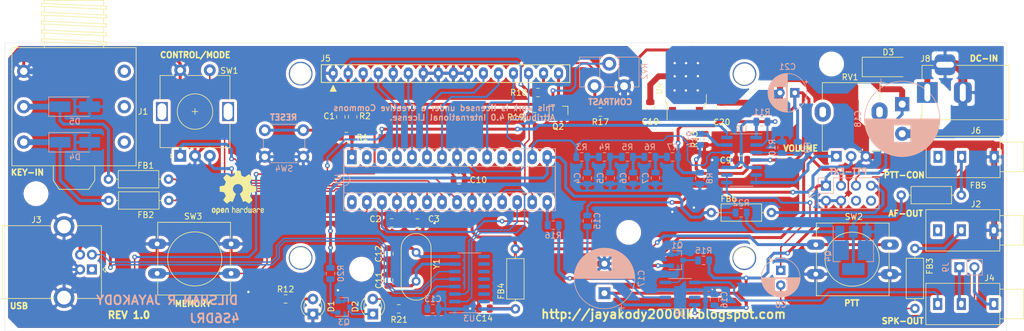
<source format=kicad_pcb>
(kicad_pcb (version 20171130) (host pcbnew 5.1.2-f72e74a~84~ubuntu18.04.1)
  (layers (0 F.Cu signal) (31 B.Cu signal) (34 B.Paste user) (35 F.Paste user) (36 B.SilkS user) (37 F.SilkS user) (38 B.Mask user) (39 F.Mask user) (44 Edge.Cuts user))
  (net 0 "")
  (net 1 RESET)
  (net 2 GND)
  (net 3 IN-KEY2)
  (net 4 IN-KEY1)
  (net 5 "Net-(C4-Pad1)")
  (net 6 "Net-(C5-Pad1)")
  (net 7 "Net-(C6-Pad1)")
  (net 8 "Net-(C7-Pad1)")
  (net 9 "Net-(C8-Pad2)")
  (net 10 "Net-(C8-Pad1)")
  (net 11 +5V)
  (net 12 "Net-(C11-Pad1)")
  (net 13 "Net-(C12-Pad1)")
  (net 14 "Net-(C13-Pad2)")
  (net 15 "Net-(C14-Pad1)")
  (net 16 "Net-(C15-Pad1)")
  (net 17 AF-PWR-IN)
  (net 18 +12V)
  (net 19 "Net-(D1-Pad2)")
  (net 20 "Net-(D2-Pad2)")
  (net 21 "Net-(D2-Pad1)")
  (net 22 "Net-(D3-Pad2)")
  (net 23 "Net-(D4-Pad1)")
  (net 24 "Net-(D5-Pad1)")
  (net 25 "Net-(FB3-Pad1)")
  (net 26 PTT-OC-OUT)
  (net 27 "Net-(FB5-Pad2)")
  (net 28 PTT-OUT)
  (net 29 "Net-(FB6-Pad1)")
  (net 30 "Net-(J3-Pad2)")
  (net 31 "Net-(J3-Pad3)")
  (net 32 "Net-(J4-PadS)")
  (net 33 "Net-(J4-PadT)")
  (net 34 "Net-(J4-PadTN)")
  (net 35 LCD-RS)
  (net 36 "Net-(J5-Pad3)")
  (net 37 LCD-EN)
  (net 38 LCD-D5)
  (net 39 "Net-(J5-Pad15)")
  (net 40 LCD-D7)
  (net 41 LCD-D6)
  (net 42 LCD-D4)
  (net 43 "Net-(J5-Pad16)")
  (net 44 "Net-(Q1-Pad1)")
  (net 45 "Net-(Q1-Pad3)")
  (net 46 "Net-(Q2-Pad1)")
  (net 47 "Net-(Q3-Pad1)")
  (net 48 "Net-(Q4-Pad1)")
  (net 49 "Net-(R1-Pad1)")
  (net 50 AF-PWM-OUT)
  (net 51 "Net-(R11-Pad1)")
  (net 52 "Net-(R10-Pad2)")
  (net 53 AF-SOUT)
  (net 54 "Net-(R12-Pad1)")
  (net 55 "Net-(R13-Pad2)")
  (net 56 AUDIO-MUTE)
  (net 57 "Net-(R17-Pad1)")
  (net 58 LCD-BK)
  (net 59 "Net-(RV1-Pad1)")
  (net 60 ROT-SD)
  (net 61 ROT-RB)
  (net 62 ROT-RA)
  (net 63 BTN-PTT-OVR)
  (net 64 BTN-MEM-MAN)
  (net 65 RXD)
  (net 66 TXD)
  (module usb-morse-keyer:1602-LCD-Module (layer F.Cu) (at 75.85 94.625)
    (fp_text reference J5 (at 6.725 -0.075) (layer F.SilkS))
    (fp_text value LCD-1602)
    (pad "" np_thru_hole oval (at 2.51 2.5) (size 4 4) (drill 3.5) (layers *.Cu *.Mask))
    (pad "" np_thru_hole oval (at 2.5 33.71) (size 4 4) (drill 3.5) (layers *.Cu *.Mask))
    (pad "" np_thru_hole oval (at 77.5 33.75) (size 4 4) (drill 3.5) (layers *.Cu *.Mask))
    (pad "" np_thru_hole oval (at 77.52 2.57) (size 4 4) (drill 3.5) (layers *.Cu *.Mask))
    (pad 9 thru_hole oval (at 28.32 2.44) (size 1.524 2) (drill oval 0.762) (layers *.Cu *.Mask) (net 2 GND))
    (pad 16 thru_hole oval (at 46.1 2.44) (size 1.524 2) (drill oval 0.762) (layers *.Cu *.Mask) (net 43 "Net-(J5-Pad16)"))
    (pad 10 thru_hole oval (at 30.86 2.44) (size 1.524 2) (drill oval 0.762) (layers *.Cu *.Mask) (net 2 GND))
    (pad 11 thru_hole oval (at 33.4 2.44) (size 1.524 2) (drill oval 0.762) (layers *.Cu *.Mask) (net 42 LCD-D4))
    (pad 13 thru_hole oval (at 38.48 2.44) (size 1.524 2) (drill oval 0.762) (layers *.Cu *.Mask) (net 41 LCD-D6))
    (pad 14 thru_hole oval (at 41.02 2.44) (size 1.524 2) (drill oval 0.762) (layers *.Cu *.Mask) (net 40 LCD-D7))
    (pad 15 thru_hole oval (at 43.56 2.44) (size 1.524 2) (drill oval 0.762) (layers *.Cu *.Mask) (net 39 "Net-(J5-Pad15)"))
    (pad 12 thru_hole oval (at 35.94 2.44) (size 1.524 2) (drill oval 0.762) (layers *.Cu *.Mask) (net 38 LCD-D5))
    (pad 5 thru_hole oval (at 18.16 2.44) (size 1.524 2) (drill oval 0.762) (layers *.Cu *.Mask) (net 2 GND))
    (pad 6 thru_hole oval (at 20.7 2.44) (size 1.524 2) (drill oval 0.762) (layers *.Cu *.Mask) (net 37 LCD-EN))
    (pad 7 thru_hole oval (at 23.24 2.44) (size 1.524 2) (drill oval 0.762) (layers *.Cu *.Mask) (net 2 GND))
    (pad 8 thru_hole oval (at 25.78 2.44) (size 1.524 2) (drill oval 0.762) (layers *.Cu *.Mask) (net 2 GND))
    (pad 3 thru_hole oval (at 13.08 2.44) (size 1.524 2) (drill oval 0.762) (layers *.Cu *.Mask) (net 36 "Net-(J5-Pad3)"))
    (pad 4 thru_hole oval (at 15.62 2.44) (size 1.524 2) (drill oval 0.762) (layers *.Cu *.Mask) (net 35 LCD-RS))
    (pad 2 thru_hole oval (at 10.54 2.44) (size 1.524 2) (drill oval 0.762) (layers *.Cu *.Mask) (net 11 +5V))
    (pad 1 thru_hole oval (at 8 2.44) (size 1.524 2) (drill oval 0.762) (layers *.Cu *.Mask) (net 2 GND))
  )
  (module Symbol:OSHW-Logo2_9.8x8mm_SilkScreen (layer F.Cu) (at 67.75 117.275)
    (fp_text reference REF** hide)
    (fp_text value OSHW-Logo2_9.8x8mm_SilkScreen hide)
  )
  (module MountingHole:MountingHole_3.2mm_M3_ISO14580 (layer F.Cu) (at 168.075 95.5)
    (fp_text reference " " (at 0 -3.75) (layer F.SilkS))
    (fp_text value MountingHole_3.2mm_M3_ISO14580)
    (pad 1 np_thru_hole circle (at 0 0) (size 3.2 3.2) (drill 3.2) (layers *.Cu *.Mask))
  )
  (module MountingHole:MountingHole_3.2mm_M3_ISO14580 (layer F.Cu) (at 133.8 124)
    (fp_text reference " " (at 0 -3.75) (layer F.SilkS))
    (fp_text value MountingHole_3.2mm_M3_ISO14580)
    (pad 1 np_thru_hole circle (at 0 0) (size 3.2 3.2) (drill 3.2) (layers *.Cu *.Mask))
  )
  (module MountingHole:MountingHole_3.2mm_M3_ISO14580 (layer F.Cu) (at 88.65 130.225)
    (fp_text reference " " (at 0 -3.75) (layer F.SilkS))
    (fp_text value MountingHole_3.2mm_M3_ISO14580)
    (pad 1 np_thru_hole circle (at 0 0) (size 3.2 3.2) (drill 3.2) (layers *.Cu *.Mask))
  )
  (module MountingHole:MountingHole_3.2mm_M3_ISO14580 (layer F.Cu) (at 33.625 117.45)
    (fp_text reference " " (at 0 -3.75) (layer F.SilkS))
    (fp_text value MountingHole_3.2mm_M3_ISO14580)
    (pad 1 np_thru_hole circle (at 0 0) (size 3.2 3.2) (drill 3.2) (layers *.Cu *.Mask))
  )
  (module Capacitor_SMD:C_0805_2012Metric (layer F.Cu) (at 85.15 104.45 90)
    (fp_text reference C1 (at 0.125 -1.975 180) (layer F.SilkS))
    (fp_text value 0.1MFD)
    (pad 1 smd roundrect (at -0.9375 0 90) (size 0.975 1.4) (layers F.Cu F.Paste F.Mask) (net 1 RESET))
    (pad 2 smd roundrect (at 0.9375 0 90) (size 0.975 1.4) (layers F.Cu F.Paste F.Mask) (net 2 GND))
  )
  (module Capacitor_SMD:C_0805_2012Metric (layer F.Cu) (at 93.725 122.4 180)
    (fp_text reference C2 (at 2.75 0.65) (layer F.SilkS))
    (fp_text value 0.068MFD)
    (pad 1 smd roundrect (at -0.9375 0 180) (size 0.975 1.4) (layers F.Cu F.Paste F.Mask) (net 3 IN-KEY2))
    (pad 2 smd roundrect (at 0.9375 0 180) (size 0.975 1.4) (layers F.Cu F.Paste F.Mask) (net 2 GND))
  )
  (module Capacitor_SMD:C_0805_2012Metric (layer F.Cu) (at 98.0875 122.425)
    (fp_text reference C3 (at 2.7875 -0.7) (layer F.SilkS))
    (fp_text value 0.068MFD)
    (pad 1 smd roundrect (at -0.9375 0) (size 0.975 1.4) (layers F.Cu F.Paste F.Mask) (net 4 IN-KEY1))
    (pad 2 smd roundrect (at 0.9375 0) (size 0.975 1.4) (layers F.Cu F.Paste F.Mask) (net 2 GND))
  )
  (module Capacitor_SMD:C_0805_2012Metric (layer B.Cu) (at 126.8 114.8375 270)
    (fp_text reference C4 (at 0 1.65 90) (layer B.SilkS) (effects (justify mirror)))
    (fp_text value 0.15MFD)
    (pad 2 smd roundrect (at 0.9375 0 270) (size 0.975 1.4) (layers B.Cu B.Paste B.Mask) (net 2 GND))
    (pad 1 smd roundrect (at -0.9375 0 270) (size 0.975 1.4) (layers B.Cu B.Paste B.Mask) (net 5 "Net-(C4-Pad1)"))
  )
  (module Capacitor_SMD:C_0805_2012Metric (layer B.Cu) (at 130.675 114.8125 270)
    (fp_text reference C5 (at 0 1.65 270) (layer B.SilkS) (effects (justify mirror)))
    (fp_text value 0.15MFD)
    (pad 1 smd roundrect (at -0.9375 0 270) (size 0.975 1.4) (layers B.Cu B.Paste B.Mask) (net 6 "Net-(C5-Pad1)"))
    (pad 2 smd roundrect (at 0.9375 0 270) (size 0.975 1.4) (layers B.Cu B.Paste B.Mask) (net 2 GND))
  )
  (module Capacitor_SMD:C_0805_2012Metric (layer B.Cu) (at 134.55 114.8125 270)
    (fp_text reference C6 (at 0 1.65 90) (layer B.SilkS) (effects (justify mirror)))
    (fp_text value 0.15MFD)
    (pad 1 smd roundrect (at -0.9375 0 270) (size 0.975 1.4) (layers B.Cu B.Paste B.Mask) (net 7 "Net-(C6-Pad1)"))
    (pad 2 smd roundrect (at 0.9375 0 270) (size 0.975 1.4) (layers B.Cu B.Paste B.Mask) (net 2 GND))
  )
  (module Capacitor_SMD:C_0805_2012Metric (layer B.Cu) (at 138.325 114.8125 270)
    (fp_text reference C7 (at 0 1.65 90) (layer B.SilkS) (effects (justify mirror)))
    (fp_text value 0.15MFD)
    (pad 2 smd roundrect (at 0.9375 0 270) (size 0.975 1.4) (layers B.Cu B.Paste B.Mask) (net 2 GND))
    (pad 1 smd roundrect (at -0.9375 0 270) (size 0.975 1.4) (layers B.Cu B.Paste B.Mask) (net 8 "Net-(C7-Pad1)"))
  )
  (module Capacitor_THT:CP_Radial_D6.3mm_P2.50mm (layer B.Cu) (at 159.5 130.425 270)
    (fp_text reference C8 (at 5.8 -0.025 180) (layer B.SilkS) (effects (justify mirror)))
    (fp_text value 1MFD)
    (pad 2 thru_hole circle (at 2.5 0 270) (size 1.6 1.6) (drill 0.8) (layers *.Cu *.Mask) (net 9 "Net-(C8-Pad2)"))
    (pad 1 thru_hole rect (at 0 0 270) (size 1.6 1.6) (drill 0.8) (layers *.Cu *.Mask) (net 10 "Net-(C8-Pad1)"))
  )
  (module Capacitor_SMD:C_0805_2012Metric (layer F.Cu) (at 152.8875 111.75 180)
    (fp_text reference C9 (at 2.7125 -0.05 180) (layer F.SilkS))
    (fp_text value 0.1MFD)
    (pad 2 smd roundrect (at 0.9375 0 180) (size 0.975 1.4) (layers F.Cu F.Paste F.Mask) (net 2 GND))
    (pad 1 smd roundrect (at -0.9375 0 180) (size 0.975 1.4) (layers F.Cu F.Paste F.Mask) (net 11 +5V))
  )
  (module Capacitor_SMD:C_0805_2012Metric (layer F.Cu) (at 105.1375 115.125)
    (fp_text reference C10 (at 3.2625 0) (layer F.SilkS))
    (fp_text value 0.1MFD)
    (pad 2 smd roundrect (at 0.9375 0) (size 0.975 1.4) (layers F.Cu F.Paste F.Mask) (net 2 GND))
    (pad 1 smd roundrect (at -0.9375 0) (size 0.975 1.4) (layers F.Cu F.Paste F.Mask) (net 11 +5V))
  )
  (module Capacitor_SMD:C_0805_2012Metric (layer F.Cu) (at 93.225 132.1125 90)
    (fp_text reference C11 (at 0 -1.65 90) (layer F.SilkS))
    (fp_text value 22pF)
    (pad 2 smd roundrect (at 0.9375 0 90) (size 0.975 1.4) (layers F.Cu F.Paste F.Mask) (net 2 GND))
    (pad 1 smd roundrect (at -0.9375 0 90) (size 0.975 1.4) (layers F.Cu F.Paste F.Mask) (net 12 "Net-(C11-Pad1)"))
  )
  (module Capacitor_SMD:C_0805_2012Metric (layer F.Cu) (at 93.275 127.6125 270)
    (fp_text reference C12 (at 0.0125 1.75 90) (layer F.SilkS))
    (fp_text value 22pF)
    (pad 1 smd roundrect (at -0.9375 0 270) (size 0.975 1.4) (layers F.Cu F.Paste F.Mask) (net 13 "Net-(C12-Pad1)"))
    (pad 2 smd roundrect (at 0.9375 0 270) (size 0.975 1.4) (layers F.Cu F.Paste F.Mask) (net 2 GND))
  )
  (module Capacitor_SMD:C_0805_2012Metric (layer B.Cu) (at 100.725 136.925 180)
    (fp_text reference C13 (at 0 1.65) (layer B.SilkS) (effects (justify mirror)))
    (fp_text value 0.1MFD)
    (pad 2 smd roundrect (at 0.9375 0 180) (size 0.975 1.4) (layers B.Cu B.Paste B.Mask) (net 14 "Net-(C13-Pad2)"))
    (pad 1 smd roundrect (at -0.9375 0 180) (size 0.975 1.4) (layers B.Cu B.Paste B.Mask) (net 2 GND))
  )
  (module Capacitor_SMD:C_0805_2012Metric (layer F.Cu) (at 109.3875 136.9 180)
    (fp_text reference C14 (at 0 -1.65) (layer F.SilkS))
    (fp_text value 0.1MFD)
    (pad 2 smd roundrect (at 0.9375 0 180) (size 0.975 1.4) (layers F.Cu F.Paste F.Mask) (net 2 GND))
    (pad 1 smd roundrect (at -0.9375 0 180) (size 0.975 1.4) (layers F.Cu F.Paste F.Mask) (net 15 "Net-(C14-Pad1)"))
  )
  (module Capacitor_SMD:C_0805_2012Metric (layer B.Cu) (at 126.825 122.0625 90)
    (fp_text reference C15 (at 0 1.65 90) (layer B.SilkS) (effects (justify mirror)))
    (fp_text value 0.47MFD)
    (pad 1 smd roundrect (at -0.9375 0 90) (size 0.975 1.4) (layers B.Cu B.Paste B.Mask) (net 16 "Net-(C15-Pad1)"))
    (pad 2 smd roundrect (at 0.9375 0 90) (size 0.975 1.4) (layers B.Cu B.Paste B.Mask) (net 17 AF-PWR-IN))
  )
  (module Capacitor_SMD:C_0805_2012Metric (layer B.Cu) (at 148.3 135.4125 90)
    (fp_text reference C16 (at 0 1.65 90) (layer B.SilkS) (effects (justify mirror)))
    (fp_text value 0.1MFD)
    (pad 1 smd roundrect (at -0.9375 0 90) (size 0.975 1.4) (layers B.Cu B.Paste B.Mask) (net 18 +12V))
    (pad 2 smd roundrect (at 0.9375 0 90) (size 0.975 1.4) (layers B.Cu B.Paste B.Mask) (net 2 GND))
  )
  (module Capacitor_THT:CP_Radial_D10.0mm_P5.00mm (layer B.Cu) (at 129.7 134.3 90)
    (fp_text reference C17 (at 2.5 6.25 90) (layer B.SilkS) (effects (justify mirror)))
    (fp_text value 220MFD)
    (pad 2 thru_hole circle (at 5 0 90) (size 2 2) (drill 1) (layers *.Cu *.Mask) (net 2 GND))
    (pad 1 thru_hole rect (at 0 0 90) (size 2 2) (drill 1) (layers *.Cu *.Mask) (net 18 +12V))
  )
  (module Capacitor_THT:CP_Radial_D12.5mm_P5.00mm (layer B.Cu) (at 180.025 102.3 270)
    (fp_text reference C18 (at 2.5 7.5 90) (layer B.SilkS) (effects (justify mirror)))
    (fp_text value 470MFD)
    (pad 1 thru_hole rect (at 0 0 270) (size 2.4 2.4) (drill 1.2) (layers *.Cu *.Mask) (net 18 +12V))
    (pad 2 thru_hole circle (at 5 0 270) (size 2.4 2.4) (drill 1.2) (layers *.Cu *.Mask) (net 2 GND))
  )
  (module Capacitor_SMD:C_0805_2012Metric (layer F.Cu) (at 137.45 102.9 90)
    (fp_text reference C19 (at -2.375 0 180) (layer F.SilkS))
    (fp_text value 0.22MFD)
    (pad 1 smd roundrect (at -0.9375 0 90) (size 0.975 1.4) (layers F.Cu F.Paste F.Mask) (net 18 +12V))
    (pad 2 smd roundrect (at 0.9375 0 90) (size 0.975 1.4) (layers F.Cu F.Paste F.Mask) (net 2 GND))
  )
  (module Capacitor_SMD:C_0805_2012Metric (layer F.Cu) (at 149.4 102.9875 90)
    (fp_text reference C20 (at -2.3625 0.125 180) (layer F.SilkS))
    (fp_text value 0.1MFD)
    (pad 2 smd roundrect (at 0.9375 0 90) (size 0.975 1.4) (layers F.Cu F.Paste F.Mask) (net 2 GND))
    (pad 1 smd roundrect (at -0.9375 0 90) (size 0.975 1.4) (layers F.Cu F.Paste F.Mask) (net 11 +5V))
  )
  (module Capacitor_THT:CP_Radial_D6.3mm_P2.50mm (layer B.Cu) (at 161.875 100.375 180)
    (fp_text reference C21 (at 1.25 4.4 180) (layer B.SilkS) (effects (justify mirror)))
    (fp_text value 10MFD)
    (pad 1 thru_hole rect (at 0 0 180) (size 1.6 1.6) (drill 0.8) (layers *.Cu *.Mask) (net 11 +5V))
    (pad 2 thru_hole circle (at 2.5 0 180) (size 1.6 1.6) (drill 0.8) (layers *.Cu *.Mask) (net 2 GND))
  )
  (module LED_THT:LED_D3.0mm (layer F.Cu) (at 80.425 137.825 90)
    (fp_text reference D1 (at 1.3 3.075 90) (layer F.SilkS))
    (fp_text value "3mm LED (GREEN)")
    (pad 1 thru_hole rect (at 0 0 90) (size 1.8 1.8) (drill 0.9) (layers *.Cu *.Mask) (net 2 GND))
    (pad 2 thru_hole circle (at 2.54 0 90) (size 1.8 1.8) (drill 0.9) (layers *.Cu *.Mask) (net 19 "Net-(D1-Pad2)"))
  )
  (module LED_THT:LED_D3.0mm (layer F.Cu) (at 90.55 137.825 90)
    (fp_text reference D2 (at 1.27 -2.96 90) (layer F.SilkS))
    (fp_text value "3mm LED (RED)")
    (pad 2 thru_hole circle (at 2.54 0 90) (size 1.8 1.8) (drill 0.9) (layers *.Cu *.Mask) (net 20 "Net-(D2-Pad2)"))
    (pad 1 thru_hole rect (at 0 0 90) (size 1.8 1.8) (drill 0.9) (layers *.Cu *.Mask) (net 21 "Net-(D2-Pad1)"))
  )
  (module Diode_SMD:D_SMA_Handsoldering (layer F.Cu) (at 177.675 96)
    (fp_text reference D3 (at 0 -2.5) (layer F.SilkS))
    (fp_text value SS14)
    (pad 2 smd rect (at 2.5 0) (size 3.5 1.8) (layers F.Cu F.Paste F.Mask) (net 22 "Net-(D3-Pad2)"))
    (pad 1 smd rect (at -2.5 0) (size 3.5 1.8) (layers F.Cu F.Paste F.Mask) (net 18 +12V))
  )
  (module Diode_SMD:D_SMA_Handsoldering (layer B.Cu) (at 40.2 108.75)
    (fp_text reference D4 (at 0 2.5) (layer B.SilkS) (effects (justify mirror)))
    (fp_text value SMAJ6.0CA)
    (pad 2 smd rect (at 2.5 0) (size 3.5 1.8) (layers B.Cu B.Paste B.Mask) (net 2 GND))
    (pad 1 smd rect (at -2.5 0) (size 3.5 1.8) (layers B.Cu B.Paste B.Mask) (net 23 "Net-(D4-Pad1)"))
  )
  (module Diode_SMD:D_SMA_Handsoldering (layer B.Cu) (at 40.175 102.725)
    (fp_text reference D5 (at 0 2.5) (layer B.SilkS) (effects (justify mirror)))
    (fp_text value SMAJ6.0CA)
    (pad 2 smd rect (at 2.5 0) (size 3.5 1.8) (layers B.Cu B.Paste B.Mask) (net 2 GND))
    (pad 1 smd rect (at -2.5 0) (size 3.5 1.8) (layers B.Cu B.Paste B.Mask) (net 24 "Net-(D5-Pad1)"))
  )
  (module Inductor_THT:L_Axial_L6.6mm_D2.7mm_P10.16mm_Horizontal_Vishay_IM-2 (layer F.Cu) (at 56.035 115 180)
    (fp_text reference FB1 (at 3.86 2.3 180) (layer F.SilkS))
    (fp_text value EXCELSV35S)
    (pad 2 thru_hole oval (at 10.16 0 180) (size 1.6 1.6) (drill 0.8) (layers *.Cu *.Mask) (net 24 "Net-(D5-Pad1)"))
    (pad 1 thru_hole circle (at 0 0 180) (size 1.6 1.6) (drill 0.8) (layers *.Cu *.Mask) (net 4 IN-KEY1))
  )
  (module Inductor_THT:L_Axial_L6.6mm_D2.7mm_P10.16mm_Horizontal_Vishay_IM-2 (layer F.Cu) (at 56.075 118.6 180)
    (fp_text reference FB2 (at 3.9 -2.45) (layer F.SilkS))
    (fp_text value EXCELSV35S)
    (pad 1 thru_hole circle (at 0 0 180) (size 1.6 1.6) (drill 0.8) (layers *.Cu *.Mask) (net 3 IN-KEY2))
    (pad 2 thru_hole oval (at 10.16 0 180) (size 1.6 1.6) (drill 0.8) (layers *.Cu *.Mask) (net 23 "Net-(D4-Pad1)"))
  )
  (module Inductor_THT:L_Axial_L6.6mm_D2.7mm_P10.16mm_Horizontal_Vishay_IM-2 (layer F.Cu) (at 182.175 126.725 270)
    (fp_text reference FB3 (at 3 -2.5 90) (layer F.SilkS))
    (fp_text value EXCELSV35S)
    (pad 2 thru_hole oval (at 10.16 0 270) (size 1.6 1.6) (drill 0.8) (layers *.Cu *.Mask) (net 9 "Net-(C8-Pad2)"))
    (pad 1 thru_hole circle (at 0 0 270) (size 1.6 1.6) (drill 0.8) (layers *.Cu *.Mask) (net 25 "Net-(FB3-Pad1)"))
  )
  (module Inductor_THT:L_Axial_L6.6mm_D2.7mm_P10.16mm_Horizontal_Vishay_IM-2 (layer F.Cu) (at 114.65 136.95 90)
    (fp_text reference FB4 (at 3 -2.425 90) (layer F.SilkS))
    (fp_text value EXCELSV35S)
    (pad 1 thru_hole circle (at 0 0 90) (size 1.6 1.6) (drill 0.8) (layers *.Cu *.Mask) (net 15 "Net-(C14-Pad1)"))
    (pad 2 thru_hole oval (at 10.16 0 90) (size 1.6 1.6) (drill 0.8) (layers *.Cu *.Mask) (net 11 +5V))
  )
  (module Inductor_THT:L_Axial_L6.6mm_D2.7mm_P10.16mm_Horizontal_Vishay_IM-2 (layer F.Cu) (at 190.025 117.7 180)
    (fp_text reference FB5 (at -2.85 1.65) (layer F.SilkS))
    (fp_text value EXCELSV35S)
    (pad 1 thru_hole circle (at 0 0 180) (size 1.6 1.6) (drill 0.8) (layers *.Cu *.Mask) (net 26 PTT-OC-OUT))
    (pad 2 thru_hole oval (at 10.16 0 180) (size 1.6 1.6) (drill 0.8) (layers *.Cu *.Mask) (net 27 "Net-(FB5-Pad2)"))
  )
  (module Inductor_THT:L_Axial_L6.6mm_D2.7mm_P10.16mm_Horizontal_Vishay_IM-2 (layer F.Cu) (at 157.925 120.65 180)
    (fp_text reference FB6 (at 7.2 2.325) (layer F.SilkS))
    (fp_text value EXCELSV35S)
    (pad 2 thru_hole oval (at 10.16 0 180) (size 1.6 1.6) (drill 0.8) (layers *.Cu *.Mask) (net 28 PTT-OUT))
    (pad 1 thru_hole circle (at 0 0 180) (size 1.6 1.6) (drill 0.8) (layers *.Cu *.Mask) (net 29 "Net-(FB6-Pad1)"))
  )
  (module usb-morse-keyer:6.35mm-Jack-Socket-Stereo (layer F.Cu) (at 48.55 96.725 270)
    (fp_text reference J1 (at 6.825 -3.175 180) (layer F.SilkS))
    (fp_text value PSG02952)
    (pad NG thru_hole circle (at 0 0 270) (size 2.25 2.25) (drill 1.25) (layers *.Cu *.Mask))
    (pad NS thru_hole circle (at 6 0 270) (size 2.25 2.25) (drill 1.25) (layers *.Cu *.Mask))
    (pad NT thru_hole circle (at 12 0 270) (size 2.25 2.25) (drill 1.25) (layers *.Cu *.Mask))
    (pad G thru_hole circle (at 0 17 270) (size 2.25 2.25) (drill 1.25) (layers *.Cu *.Mask) (net 2 GND))
    (pad S thru_hole circle (at 6 17 270) (size 2.25 2.25) (drill 1.25) (layers *.Cu *.Mask) (net 24 "Net-(D5-Pad1)"))
    (pad T thru_hole circle (at 12 17 270) (size 2.25 2.25) (drill 1.25) (layers *.Cu *.Mask) (net 23 "Net-(D4-Pad1)"))
  )
  (module usb-morse-keyer:3.5mm-Jack-Socket-Mono (layer F.Cu) (at 196.525 123.65 180)
    (fp_text reference J2 (at 4.025 4.425) (layer F.SilkS))
    (fp_text value FC68102)
    (pad TN thru_hole rect (at 10.5 0 180) (size 1.524 2) (drill oval 0.762 1.1) (layers *.Cu *.Mask))
    (pad T thru_hole rect (at 6.5 0 180) (size 1.524 2) (drill oval 0.762 1.1) (layers *.Cu *.Mask) (net 25 "Net-(FB3-Pad1)"))
    (pad S thru_hole rect (at 1 0 180) (size 1.524 2) (drill oval 0.762 1.1) (layers *.Cu *.Mask) (net 2 GND))
  )
  (module Connector_USB:USB_B_OST_USB-B1HSxx_Horizontal (layer F.Cu) (at 43.075 130.275 180)
    (fp_text reference J3 (at 9.375 8.4) (layer F.SilkS))
    (fp_text value MC32596)
    (pad 5 thru_hole circle (at 4.71 7.27 180) (size 3.5 3.5) (drill 2.33) (layers *.Cu *.Mask) (net 2 GND))
    (pad 5 thru_hole circle (at 4.71 -4.77 180) (size 3.5 3.5) (drill 2.33) (layers *.Cu *.Mask) (net 2 GND))
    (pad 4 thru_hole circle (at 2 0 180) (size 1.7 1.7) (drill 0.92) (layers *.Cu *.Mask) (net 2 GND))
    (pad 3 thru_hole circle (at 2 2.5 180) (size 1.7 1.7) (drill 0.92) (layers *.Cu *.Mask) (net 31 "Net-(J3-Pad3)"))
    (pad 2 thru_hole circle (at 0 2.5 180) (size 1.7 1.7) (drill 0.92) (layers *.Cu *.Mask) (net 30 "Net-(J3-Pad2)"))
    (pad 1 thru_hole rect (at 0 0 180) (size 1.7 1.7) (drill 0.92) (layers *.Cu *.Mask))
  )
  (module usb-morse-keyer:3.5mm-Jack-Socket-Mono (layer F.Cu) (at 196.525 136.125 180)
    (fp_text reference J4 (at 1.725 4.4) (layer F.SilkS))
    (fp_text value FC68102)
    (pad S thru_hole rect (at 1 0 180) (size 1.524 2) (drill oval 0.762 1.1) (layers *.Cu *.Mask) (net 32 "Net-(J4-PadS)"))
    (pad T thru_hole rect (at 6.5 0 180) (size 1.524 2) (drill oval 0.762 1.1) (layers *.Cu *.Mask) (net 33 "Net-(J4-PadT)"))
    (pad TN thru_hole rect (at 10.5 0 180) (size 1.524 2) (drill oval 0.762 1.1) (layers *.Cu *.Mask) (net 34 "Net-(J4-PadTN)"))
  )
  (module usb-morse-keyer:3.5mm-Jack-Socket-Mono (layer F.Cu) (at 196.575 111.225 180)
    (fp_text reference J6 (at 4.075 4.45) (layer F.SilkS))
    (fp_text value FC68102)
    (pad S thru_hole rect (at 1 0 180) (size 1.524 2) (drill oval 0.762 1.1) (layers *.Cu *.Mask) (net 2 GND))
    (pad T thru_hole rect (at 6.5 0 180) (size 1.524 2) (drill oval 0.762 1.1) (layers *.Cu *.Mask) (net 26 PTT-OC-OUT))
    (pad TN thru_hole rect (at 10.5 0 180) (size 1.524 2) (drill oval 0.762 1.1) (layers *.Cu *.Mask))
  )
  (module Connector_PinHeader_2.54mm:PinHeader_2x04_P2.54mm_Vertical (layer B.Cu) (at 167.15 116.1 270)
    (fp_text reference J7 (at 1.27 2.33 270) (layer B.SilkS) (effects (justify mirror)))
    (fp_text value PTT-EXT)
    (pad 1 thru_hole rect (at 0 0 270) (size 1.7 1.7) (drill 1) (layers *.Cu *.Mask) (net 18 +12V))
    (pad 2 thru_hole oval (at 2.54 0 270) (size 1.7 1.7) (drill 1) (layers *.Cu *.Mask) (net 2 GND))
    (pad 3 thru_hole oval (at 0 -2.54 270) (size 1.7 1.7) (drill 1) (layers *.Cu *.Mask) (net 11 +5V))
    (pad 4 thru_hole oval (at 2.54 -2.54 270) (size 1.7 1.7) (drill 1) (layers *.Cu *.Mask) (net 2 GND))
    (pad 5 thru_hole oval (at 0 -5.08 270) (size 1.7 1.7) (drill 1) (layers *.Cu *.Mask) (net 26 PTT-OC-OUT))
    (pad 6 thru_hole oval (at 2.54 -5.08 270) (size 1.7 1.7) (drill 1) (layers *.Cu *.Mask))
    (pad 7 thru_hole oval (at 0 -7.62 270) (size 1.7 1.7) (drill 1) (layers *.Cu *.Mask) (net 29 "Net-(FB6-Pad1)"))
    (pad 8 thru_hole oval (at 2.54 -7.62 270) (size 1.7 1.7) (drill 1) (layers *.Cu *.Mask))
  )
  (module Connector_BarrelJack:BarrelJack_Horizontal (layer F.Cu) (at 184.275 100.325 180)
    (fp_text reference J8 (at 0.325 5.725) (layer F.SilkS))
    (fp_text value DC-IN)
    (pad 1 thru_hole rect (at 0 0 180) (size 3.5 3.5) (drill oval 1 3) (layers *.Cu *.Mask) (net 22 "Net-(D3-Pad2)"))
    (pad 2 thru_hole roundrect (at -6 0 180) (size 3 3.5) (drill oval 1 3) (layers *.Cu *.Mask) (net 2 GND))
    (pad 3 thru_hole roundrect (at -3 4.7 180) (size 3.5 3.5) (drill oval 3 1) (layers *.Cu *.Mask) (net 2 GND))
  )
  (module Connector_PinHeader_2.54mm:PinHeader_1x02_P2.54mm_Vertical (layer B.Cu) (at 189.7 129.9 270)
    (fp_text reference J9 (at 0 2.33 270) (layer B.SilkS) (effects (justify mirror)))
    (fp_text value SPK-8R)
    (pad 1 thru_hole rect (at 0 0 270) (size 1.7 1.7) (drill 1) (layers *.Cu *.Mask) (net 33 "Net-(J4-PadT)"))
    (pad 2 thru_hole oval (at 0 -2.54 270) (size 1.7 1.7) (drill 1) (layers *.Cu *.Mask) (net 32 "Net-(J4-PadS)"))
  )
  (module Package_TO_SOT_SMD:SOT-23 (layer B.Cu) (at 141.975 128.7)
    (fp_text reference Q1 (at 0 -2.5 180) (layer B.SilkS) (effects (justify mirror)))
    (fp_text value J3Y)
    (pad 3 smd rect (at 1 0) (size 0.9 0.8) (layers B.Cu B.Paste B.Mask) (net 45 "Net-(Q1-Pad3)"))
    (pad 2 smd rect (at -1 -0.95) (size 0.9 0.8) (layers B.Cu B.Paste B.Mask) (net 2 GND))
    (pad 1 smd rect (at -1 0.95) (size 0.9 0.8) (layers B.Cu B.Paste B.Mask) (net 44 "Net-(Q1-Pad1)"))
  )
  (module Package_TO_SOT_SMD:SOT-23 (layer F.Cu) (at 121.95 103.4 90)
    (fp_text reference Q2 (at -2.7 -0.075 180) (layer F.SilkS))
    (fp_text value J3Y)
    (pad 1 smd rect (at -1 -0.95 90) (size 0.9 0.8) (layers F.Cu F.Paste F.Mask) (net 46 "Net-(Q2-Pad1)"))
    (pad 2 smd rect (at -1 0.95 90) (size 0.9 0.8) (layers F.Cu F.Paste F.Mask) (net 2 GND))
    (pad 3 smd rect (at 1 0 90) (size 0.9 0.8) (layers F.Cu F.Paste F.Mask) (net 43 "Net-(J5-Pad16)"))
  )
  (module Package_TO_SOT_SMD:SOT-23 (layer B.Cu) (at 85.65 136.625)
    (fp_text reference Q3 (at 0.025 2.575) (layer B.SilkS) (effects (justify mirror)))
    (fp_text value J3Y)
    (pad 3 smd rect (at 1 0) (size 0.9 0.8) (layers B.Cu B.Paste B.Mask) (net 21 "Net-(D2-Pad1)"))
    (pad 2 smd rect (at -1 -0.95) (size 0.9 0.8) (layers B.Cu B.Paste B.Mask) (net 2 GND))
    (pad 1 smd rect (at -1 0.95) (size 0.9 0.8) (layers B.Cu B.Paste B.Mask) (net 47 "Net-(Q3-Pad1)"))
  )
  (module Package_TO_SOT_SMD:SOT-223 (layer B.Cu) (at 171.775 127.05 270)
    (fp_text reference Q4 (at 0.975 4.3 270) (layer B.SilkS) (effects (justify mirror)))
    (fp_text value BCP56)
    (pad 4 smd rect (at 3.15 0 270) (size 2 3.8) (layers B.Cu B.Paste B.Mask) (net 27 "Net-(FB5-Pad2)"))
    (pad 2 smd rect (at -3.15 0 270) (size 2 1.5) (layers B.Cu B.Paste B.Mask) (net 27 "Net-(FB5-Pad2)"))
    (pad 3 smd rect (at -3.15 -2.3 270) (size 2 1.5) (layers B.Cu B.Paste B.Mask) (net 2 GND))
    (pad 1 smd rect (at -3.15 2.3 270) (size 2 1.5) (layers B.Cu B.Paste B.Mask) (net 48 "Net-(Q4-Pad1)"))
  )
  (module Resistor_SMD:R_0805_2012Metric (layer F.Cu) (at 86.0875 107.775 180)
    (fp_text reference R1 (at -2.7125 -0.15) (layer F.SilkS))
    (fp_text value 1K)
    (pad 2 smd roundrect (at 0.9375 0 180) (size 0.975 1.4) (layers F.Cu F.Paste F.Mask) (net 1 RESET))
    (pad 1 smd roundrect (at -0.9375 0 180) (size 0.975 1.4) (layers F.Cu F.Paste F.Mask) (net 49 "Net-(R1-Pad1)"))
  )
  (module Resistor_SMD:R_0805_2012Metric (layer F.Cu) (at 87.15 104.4375 90)
    (fp_text reference R2 (at 0.1125 2.075 180) (layer F.SilkS))
    (fp_text value 10K)
    (pad 2 smd roundrect (at 0.9375 0 90) (size 0.975 1.4) (layers F.Cu F.Paste F.Mask) (net 11 +5V))
    (pad 1 smd roundrect (at -0.9375 0 90) (size 0.975 1.4) (layers F.Cu F.Paste F.Mask) (net 1 RESET))
  )
  (module Resistor_SMD:R_0805_2012Metric (layer B.Cu) (at 125.8625 111.225 180)
    (fp_text reference R3 (at 0 1.65) (layer B.SilkS) (effects (justify mirror)))
    (fp_text value 1.2K)
    (pad 2 smd roundrect (at 0.9375 0 180) (size 0.975 1.4) (layers B.Cu B.Paste B.Mask) (net 50 AF-PWM-OUT))
    (pad 1 smd roundrect (at -0.9375 0 180) (size 0.975 1.4) (layers B.Cu B.Paste B.Mask) (net 5 "Net-(C4-Pad1)"))
  )
  (module Resistor_SMD:R_0805_2012Metric (layer B.Cu) (at 129.7125 111.225 180)
    (fp_text reference R4 (at 0 1.65) (layer B.SilkS) (effects (justify mirror)))
    (fp_text value 1.2K)
    (pad 1 smd roundrect (at -0.9375 0 180) (size 0.975 1.4) (layers B.Cu B.Paste B.Mask) (net 6 "Net-(C5-Pad1)"))
    (pad 2 smd roundrect (at 0.9375 0 180) (size 0.975 1.4) (layers B.Cu B.Paste B.Mask) (net 5 "Net-(C4-Pad1)"))
  )
  (module Resistor_SMD:R_0805_2012Metric (layer B.Cu) (at 133.5875 111.225 180)
    (fp_text reference R5 (at 0 1.65) (layer B.SilkS) (effects (justify mirror)))
    (fp_text value 1.2K)
    (pad 1 smd roundrect (at -0.9375 0 180) (size 0.975 1.4) (layers B.Cu B.Paste B.Mask) (net 7 "Net-(C6-Pad1)"))
    (pad 2 smd roundrect (at 0.9375 0 180) (size 0.975 1.4) (layers B.Cu B.Paste B.Mask) (net 6 "Net-(C5-Pad1)"))
  )
  (module Resistor_SMD:R_0805_2012Metric (layer B.Cu) (at 137.3875 111.225 180)
    (fp_text reference R6 (at 0 1.65) (layer B.SilkS) (effects (justify mirror)))
    (fp_text value 1.2K)
    (pad 1 smd roundrect (at -0.9375 0 180) (size 0.975 1.4) (layers B.Cu B.Paste B.Mask) (net 8 "Net-(C7-Pad1)"))
    (pad 2 smd roundrect (at 0.9375 0 180) (size 0.975 1.4) (layers B.Cu B.Paste B.Mask) (net 7 "Net-(C6-Pad1)"))
  )
  (module Resistor_SMD:R_0805_2012Metric (layer B.Cu) (at 141.2125 111.225 180)
    (fp_text reference R7 (at 0 1.65 180) (layer B.SilkS) (effects (justify mirror)))
    (fp_text value 1K)
    (pad 2 smd roundrect (at 0.9375 0 180) (size 0.975 1.4) (layers B.Cu B.Paste B.Mask) (net 8 "Net-(C7-Pad1)"))
    (pad 1 smd roundrect (at -0.9375 0 180) (size 0.975 1.4) (layers B.Cu B.Paste B.Mask) (net 51 "Net-(R11-Pad1)"))
  )
  (module Resistor_SMD:R_0805_2012Metric (layer B.Cu) (at 145.825 114.8375 90)
    (fp_text reference R8 (at 0 1.65 -90) (layer B.SilkS) (effects (justify mirror)))
    (fp_text value 22K)
    (pad 1 smd roundrect (at -0.9375 0 90) (size 0.975 1.4) (layers B.Cu B.Paste B.Mask) (net 2 GND))
    (pad 2 smd roundrect (at 0.9375 0 90) (size 0.975 1.4) (layers B.Cu B.Paste B.Mask) (net 51 "Net-(R11-Pad1)"))
  )
  (module Resistor_SMD:R_0805_2012Metric (layer B.Cu) (at 162.375 109.6375 90)
    (fp_text reference R9 (at 0 1.65 90) (layer B.SilkS) (effects (justify mirror)))
    (fp_text value 100K)
    (pad 1 smd roundrect (at -0.9375 0 90) (size 0.975 1.4) (layers B.Cu B.Paste B.Mask) (net 52 "Net-(R10-Pad2)"))
    (pad 2 smd roundrect (at 0.9375 0 90) (size 0.975 1.4) (layers B.Cu B.Paste B.Mask) (net 11 +5V))
  )
  (module Resistor_SMD:R_0805_2012Metric (layer B.Cu) (at 159.725 109.625 270)
    (fp_text reference R10 (at 0 1.65 270) (layer B.SilkS) (effects (justify mirror)))
    (fp_text value 100K)
    (pad 2 smd roundrect (at 0.9375 0 270) (size 0.975 1.4) (layers B.Cu B.Paste B.Mask) (net 52 "Net-(R10-Pad2)"))
    (pad 1 smd roundrect (at -0.9375 0 270) (size 0.975 1.4) (layers B.Cu B.Paste B.Mask) (net 2 GND))
  )
  (module Resistor_SMD:R_0805_2012Metric (layer B.Cu) (at 156.3125 105.275 180)
    (fp_text reference R11 (at 0 1.65) (layer B.SilkS) (effects (justify mirror)))
    (fp_text value 2.2K)
    (pad 1 smd roundrect (at -0.9375 0 180) (size 0.975 1.4) (layers B.Cu B.Paste B.Mask) (net 51 "Net-(R11-Pad1)"))
    (pad 2 smd roundrect (at 0.9375 0 180) (size 0.975 1.4) (layers B.Cu B.Paste B.Mask) (net 53 AF-SOUT))
  )
  (module Resistor_SMD:R_0805_2012Metric (layer F.Cu) (at 75.8125 135.275)
    (fp_text reference R12 (at 0 -1.65) (layer F.SilkS))
    (fp_text value 1K)
    (pad 1 smd roundrect (at -0.9375 0) (size 0.975 1.4) (layers F.Cu F.Paste F.Mask) (net 54 "Net-(R12-Pad1)"))
    (pad 2 smd roundrect (at 0.9375 0) (size 0.975 1.4) (layers F.Cu F.Paste F.Mask) (net 19 "Net-(D1-Pad2)"))
  )
  (module Resistor_SMD:R_0805_2012Metric (layer F.Cu) (at 146.6 108.2625 90)
    (fp_text reference R13 (at 0.0125 -1.7 270) (layer F.SilkS))
    (fp_text value 100K)
    (pad 2 smd roundrect (at 0.9375 0 90) (size 0.975 1.4) (layers F.Cu F.Paste F.Mask) (net 55 "Net-(R13-Pad2)"))
    (pad 1 smd roundrect (at -0.9375 0 90) (size 0.975 1.4) (layers F.Cu F.Paste F.Mask) (net 2 GND))
  )
  (module Resistor_SMD:R_0805_2012Metric (layer B.Cu) (at 145.825 108.2625 270)
    (fp_text reference R14 (at 0 1.65 270) (layer B.SilkS) (effects (justify mirror)))
    (fp_text value 100K)
    (pad 2 smd roundrect (at 0.9375 0 270) (size 0.975 1.4) (layers B.Cu B.Paste B.Mask) (net 11 +5V))
    (pad 1 smd roundrect (at -0.9375 0 270) (size 0.975 1.4) (layers B.Cu B.Paste B.Mask) (net 55 "Net-(R13-Pad2)"))
  )
  (module Resistor_SMD:R_0805_2012Metric (layer B.Cu) (at 146.4625 128.75 180)
    (fp_text reference R15 (at 0 1.65 180) (layer B.SilkS) (effects (justify mirror)))
    (fp_text value 10K)
    (pad 1 smd roundrect (at -0.9375 0 180) (size 0.975 1.4) (layers B.Cu B.Paste B.Mask) (net 18 +12V))
    (pad 2 smd roundrect (at 0.9375 0 180) (size 0.975 1.4) (layers B.Cu B.Paste B.Mask) (net 45 "Net-(Q1-Pad3)"))
  )
  (module Resistor_SMD:R_0805_2012Metric (layer B.Cu) (at 121.05 122.775 180)
    (fp_text reference R16 (at 0 -1.75) (layer B.SilkS) (effects (justify mirror)))
    (fp_text value 10K)
    (pad 1 smd roundrect (at -0.9375 0 180) (size 0.975 1.4) (layers B.Cu B.Paste B.Mask) (net 44 "Net-(Q1-Pad1)"))
    (pad 2 smd roundrect (at 0.9375 0 180) (size 0.975 1.4) (layers B.Cu B.Paste B.Mask) (net 56 AUDIO-MUTE))
  )
  (module Resistor_SMD:R_0805_2012Metric (layer F.Cu) (at 129.0125 103.625)
    (fp_text reference R17 (at 0.0125 1.675) (layer F.SilkS))
    (fp_text value 1K)
    (pad 2 smd roundrect (at 0.9375 0) (size 0.975 1.4) (layers F.Cu F.Paste F.Mask) (net 11 +5V))
    (pad 1 smd roundrect (at -0.9375 0) (size 0.975 1.4) (layers F.Cu F.Paste F.Mask) (net 57 "Net-(R17-Pad1)"))
  )
  (module Resistor_SMD:R_0805_2012Metric (layer F.Cu) (at 118.4625 100.325 180)
    (fp_text reference R18 (at 3.2375 -0.025) (layer F.SilkS))
    (fp_text value 560R)
    (pad 1 smd roundrect (at -0.9375 0 180) (size 0.975 1.4) (layers F.Cu F.Paste F.Mask) (net 39 "Net-(J5-Pad15)"))
    (pad 2 smd roundrect (at 0.9375 0 180) (size 0.975 1.4) (layers F.Cu F.Paste F.Mask) (net 11 +5V))
  )
  (module Resistor_SMD:R_0805_2012Metric (layer F.Cu) (at 117.9125 104.4 180)
    (fp_text reference R19 (at 3.2125 -0.1) (layer F.SilkS))
    (fp_text value 10K)
    (pad 2 smd roundrect (at 0.9375 0 180) (size 0.975 1.4) (layers F.Cu F.Paste F.Mask) (net 58 LCD-BK))
    (pad 1 smd roundrect (at -0.9375 0 180) (size 0.975 1.4) (layers F.Cu F.Paste F.Mask) (net 46 "Net-(Q2-Pad1)"))
  )
  (module Resistor_SMD:R_0805_2012Metric (layer B.Cu) (at 83.4 130.9625 90)
    (fp_text reference R20 (at 0.0125 1.75 270) (layer B.SilkS) (effects (justify mirror)))
    (fp_text value 10K)
    (pad 2 smd roundrect (at 0.9375 0 90) (size 0.975 1.4) (layers B.Cu B.Paste B.Mask) (net 28 PTT-OUT))
    (pad 1 smd roundrect (at -0.9375 0 90) (size 0.975 1.4) (layers B.Cu B.Paste B.Mask) (net 47 "Net-(Q3-Pad1)"))
  )
  (module Resistor_SMD:R_0805_2012Metric (layer F.Cu) (at 94.9375 136.95)
    (fp_text reference R21 (at 0.0625 1.825) (layer F.SilkS))
    (fp_text value 4.7K)
    (pad 2 smd roundrect (at 0.9375 0) (size 0.975 1.4) (layers F.Cu F.Paste F.Mask) (net 11 +5V))
    (pad 1 smd roundrect (at -0.9375 0) (size 0.975 1.4) (layers F.Cu F.Paste F.Mask) (net 20 "Net-(D2-Pad2)"))
  )
  (module Resistor_SMD:R_0805_2012Metric (layer B.Cu) (at 152.8 120.675 180)
    (fp_text reference R22 (at 0 1.65) (layer B.SilkS) (effects (justify mirror)))
    (fp_text value 10K)
    (pad 1 smd roundrect (at -0.9375 0 180) (size 0.975 1.4) (layers B.Cu B.Paste B.Mask) (net 48 "Net-(Q4-Pad1)"))
    (pad 2 smd roundrect (at 0.9375 0 180) (size 0.975 1.4) (layers B.Cu B.Paste B.Mask) (net 28 PTT-OUT))
  )
  (module Potentiometer_THT:Potentiometer_Alpha_RD901F-40-00D_Single_Vertical (layer F.Cu) (at 168.9 111.125 90)
    (fp_text reference RV1 (at 13.4 2.325) (layer F.SilkS))
    (fp_text value B20K)
    (pad 1 thru_hole rect (at 0 0 180) (size 1.8 1.8) (drill 1) (layers *.Cu *.Mask) (net 59 "Net-(RV1-Pad1)"))
    (pad 2 thru_hole circle (at 0 2.5 180) (size 1.8 1.8) (drill 1) (layers *.Cu *.Mask) (net 17 AF-PWR-IN))
    (pad 3 thru_hole circle (at 0 5 180) (size 1.8 1.8) (drill 1) (layers *.Cu *.Mask) (net 2 GND))
    (pad "" thru_hole oval (at 7.5 7.3 180) (size 2.72 3.24) (drill oval 1.1 1.8) (layers *.Cu *.Mask))
    (pad "" thru_hole oval (at 7.5 -2.3 180) (size 2.72 3.24) (drill oval 1.1 1.8) (layers *.Cu *.Mask))
  )
  (module Potentiometer_THT:Potentiometer_ACP_CA9-H3,8_Horizontal (layer B.Cu) (at 133.025 99.25 90)
    (fp_text reference RV2 (at 2.525 3.45 270) (layer B.SilkS) (effects (justify mirror)))
    (fp_text value 20K)
    (pad 3 thru_hole circle (at 0 -5 90) (size 2.34 2.34) (drill 1.3) (layers *.Cu *.Mask) (net 57 "Net-(R17-Pad1)"))
    (pad 2 thru_hole circle (at 3.8 -2.5 90) (size 2.34 2.34) (drill 1.3) (layers *.Cu *.Mask) (net 36 "Net-(J5-Pad3)"))
    (pad 1 thru_hole circle (at 0 0 90) (size 2.34 2.34) (drill 1.3) (layers *.Cu *.Mask) (net 2 GND))
  )
  (module Rotary_Encoder:RotaryEncoder_Alps_EC11E-Switch_Vertical_H20mm (layer F.Cu) (at 58 111.05 90)
    (fp_text reference SW1 (at 14.425 8.3 180) (layer F.SilkS))
    (fp_text value EC11)
    (pad S1 thru_hole circle (at 14.5 5 90) (size 2 2) (drill 1) (layers *.Cu *.Mask) (net 60 ROT-SD))
    (pad S2 thru_hole circle (at 14.5 0 90) (size 2 2) (drill 1) (layers *.Cu *.Mask) (net 2 GND))
    (pad MP thru_hole rect (at 7.5 8.1 90) (size 3.2 2) (drill oval 2.8 1.5) (layers *.Cu *.Mask))
    (pad MP thru_hole rect (at 7.5 -3.1 90) (size 3.2 2) (drill oval 2.8 1.5) (layers *.Cu *.Mask))
    (pad B thru_hole circle (at 0 5 90) (size 2 2) (drill 1) (layers *.Cu *.Mask) (net 61 ROT-RB))
    (pad C thru_hole circle (at 0 2.5 90) (size 2 2) (drill 1) (layers *.Cu *.Mask) (net 2 GND))
    (pad A thru_hole rect (at 0 0 90) (size 2 2) (drill 1) (layers *.Cu *.Mask) (net 62 ROT-RA))
  )
  (module Button_Switch_THT:SW_PUSH-12mm (layer F.Cu) (at 177.925 131.075 180)
    (fp_text reference SW2 (at 6.075 9.725) (layer F.SilkS))
    (fp_text value PTT)
    (pad 2 thru_hole oval (at 0 5 180) (size 3.048 1.7272) (drill 0.8128) (layers *.Cu *.Mask) (net 63 BTN-PTT-OVR))
    (pad 1 thru_hole oval (at 0 0 180) (size 3.048 1.7272) (drill 0.8128) (layers *.Cu *.Mask) (net 2 GND))
    (pad 2 thru_hole oval (at 12.5 5 180) (size 3.048 1.7272) (drill 0.8128) (layers *.Cu *.Mask) (net 63 BTN-PTT-OVR))
    (pad 1 thru_hole oval (at 12.5 0 180) (size 3.048 1.7272) (drill 0.8128) (layers *.Cu *.Mask) (net 2 GND))
  )
  (module Button_Switch_THT:SW_PUSH-12mm (layer F.Cu) (at 54.1 125.95)
    (fp_text reference SW3 (at 6.08 -4.66) (layer F.SilkS))
    (fp_text value MEM-MAN)
    (pad 1 thru_hole oval (at 12.5 0) (size 3.048 1.7272) (drill 0.8128) (layers *.Cu *.Mask) (net 2 GND))
    (pad 2 thru_hole oval (at 12.5 5) (size 3.048 1.7272) (drill 0.8128) (layers *.Cu *.Mask) (net 64 BTN-MEM-MAN))
    (pad 1 thru_hole oval (at 0 0) (size 3.048 1.7272) (drill 0.8128) (layers *.Cu *.Mask) (net 2 GND))
    (pad 2 thru_hole oval (at 0 5) (size 3.048 1.7272) (drill 0.8128) (layers *.Cu *.Mask) (net 64 BTN-MEM-MAN))
  )
  (module Button_Switch_THT:SW_PUSH_6mm (layer B.Cu) (at 72.3 111.2)
    (fp_text reference SW4 (at 3.25 2 180) (layer B.SilkS) (effects (justify mirror)))
    (fp_text value RESET)
    (pad 2 thru_hole circle (at 0 -4.5 270) (size 2 2) (drill 1.1) (layers *.Cu *.Mask) (net 1 RESET))
    (pad 1 thru_hole circle (at 0 0 270) (size 2 2) (drill 1.1) (layers *.Cu *.Mask) (net 2 GND))
    (pad 2 thru_hole circle (at 6.5 -4.5 270) (size 2 2) (drill 1.1) (layers *.Cu *.Mask) (net 1 RESET))
    (pad 1 thru_hole circle (at 6.5 0 270) (size 2 2) (drill 1.1) (layers *.Cu *.Mask) (net 2 GND))
  )
  (module Package_DIP:DIP-28_W7.62mm_Socket_LongPads (layer B.Cu) (at 87.015 111.275 270)
    (fp_text reference U1 (at 3.81 2.33 270) (layer B.SilkS) (effects (justify mirror)))
    (fp_text value PIC16F886IP)
    (pad 1 thru_hole rect (at 0 0 270) (size 2.4 1.6) (drill 0.8) (layers *.Cu *.Mask) (net 49 "Net-(R1-Pad1)"))
    (pad 15 thru_hole oval (at 7.62 -33.02 270) (size 2.4 1.6) (drill 0.8) (layers *.Cu *.Mask) (net 56 AUDIO-MUTE))
    (pad 2 thru_hole oval (at 0 -2.54 270) (size 2.4 1.6) (drill 0.8) (layers *.Cu *.Mask))
    (pad 16 thru_hole oval (at 7.62 -30.48 270) (size 2.4 1.6) (drill 0.8) (layers *.Cu *.Mask) (net 58 LCD-BK))
    (pad 3 thru_hole oval (at 0 -5.08 270) (size 2.4 1.6) (drill 0.8) (layers *.Cu *.Mask))
    (pad 17 thru_hole oval (at 7.62 -27.94 270) (size 2.4 1.6) (drill 0.8) (layers *.Cu *.Mask) (net 65 RXD))
    (pad 4 thru_hole oval (at 0 -7.62 270) (size 2.4 1.6) (drill 0.8) (layers *.Cu *.Mask) (net 35 LCD-RS))
    (pad 18 thru_hole oval (at 7.62 -25.4 270) (size 2.4 1.6) (drill 0.8) (layers *.Cu *.Mask) (net 66 TXD))
    (pad 5 thru_hole oval (at 0 -10.16 270) (size 2.4 1.6) (drill 0.8) (layers *.Cu *.Mask) (net 37 LCD-EN))
    (pad 19 thru_hole oval (at 7.62 -22.86 270) (size 2.4 1.6) (drill 0.8) (layers *.Cu *.Mask) (net 2 GND))
    (pad 6 thru_hole oval (at 0 -12.7 270) (size 2.4 1.6) (drill 0.8) (layers *.Cu *.Mask) (net 42 LCD-D4))
    (pad 20 thru_hole oval (at 7.62 -20.32 270) (size 2.4 1.6) (drill 0.8) (layers *.Cu *.Mask) (net 11 +5V))
    (pad 7 thru_hole oval (at 0 -15.24 270) (size 2.4 1.6) (drill 0.8) (layers *.Cu *.Mask) (net 38 LCD-D5))
    (pad 21 thru_hole oval (at 7.62 -17.78 270) (size 2.4 1.6) (drill 0.8) (layers *.Cu *.Mask) (net 62 ROT-RA))
    (pad 8 thru_hole oval (at 0 -17.78 270) (size 2.4 1.6) (drill 0.8) (layers *.Cu *.Mask) (net 2 GND))
    (pad 22 thru_hole oval (at 7.62 -15.24 270) (size 2.4 1.6) (drill 0.8) (layers *.Cu *.Mask) (net 61 ROT-RB))
    (pad 9 thru_hole oval (at 0 -20.32 270) (size 2.4 1.6) (drill 0.8) (layers *.Cu *.Mask) (net 40 LCD-D7))
    (pad 23 thru_hole oval (at 7.62 -12.7 270) (size 2.4 1.6) (drill 0.8) (layers *.Cu *.Mask) (net 60 ROT-SD))
    (pad 10 thru_hole oval (at 0 -22.86 270) (size 2.4 1.6) (drill 0.8) (layers *.Cu *.Mask) (net 41 LCD-D6))
    (pad 24 thru_hole oval (at 7.62 -10.16 270) (size 2.4 1.6) (drill 0.8) (layers *.Cu *.Mask) (net 4 IN-KEY1))
    (pad 11 thru_hole oval (at 0 -25.4 270) (size 2.4 1.6) (drill 0.8) (layers *.Cu *.Mask))
    (pad 25 thru_hole oval (at 7.62 -7.62 270) (size 2.4 1.6) (drill 0.8) (layers *.Cu *.Mask) (net 3 IN-KEY2))
    (pad 12 thru_hole oval (at 0 -27.94 270) (size 2.4 1.6) (drill 0.8) (layers *.Cu *.Mask))
    (pad 26 thru_hole oval (at 7.62 -5.08 270) (size 2.4 1.6) (drill 0.8) (layers *.Cu *.Mask) (net 63 BTN-PTT-OVR))
    (pad 13 thru_hole oval (at 0 -30.48 270) (size 2.4 1.6) (drill 0.8) (layers *.Cu *.Mask) (net 50 AF-PWM-OUT))
    (pad 27 thru_hole oval (at 7.62 -2.54 270) (size 2.4 1.6) (drill 0.8) (layers *.Cu *.Mask) (net 64 BTN-MEM-MAN))
    (pad 14 thru_hole oval (at 0 -33.02 270) (size 2.4 1.6) (drill 0.8) (layers *.Cu *.Mask) (net 28 PTT-OUT))
    (pad 28 thru_hole oval (at 7.62 0 270) (size 2.4 1.6) (drill 0.8) (layers *.Cu *.Mask))
  )
  (module Package_SO:SOIC-14_3.9x8.7mm_P1.27mm (layer B.Cu) (at 152.875 111.75 180)
    (fp_text reference U2 (at 0 5.28) (layer B.SilkS) (effects (justify mirror)))
    (fp_text value LM324)
    (pad 1 smd roundrect (at -2.475 3.81 180) (size 1.95 0.6) (layers B.Cu B.Paste B.Mask) (net 53 AF-SOUT))
    (pad 2 smd roundrect (at -2.475 2.54 180) (size 1.95 0.6) (layers B.Cu B.Paste B.Mask) (net 51 "Net-(R11-Pad1)"))
    (pad 3 smd roundrect (at -2.475 1.27 180) (size 1.95 0.6) (layers B.Cu B.Paste B.Mask) (net 52 "Net-(R10-Pad2)"))
    (pad 4 smd roundrect (at -2.475 0 180) (size 1.95 0.6) (layers B.Cu B.Paste B.Mask) (net 11 +5V))
    (pad 5 smd roundrect (at -2.475 -1.27 180) (size 1.95 0.6) (layers B.Cu B.Paste B.Mask) (net 53 AF-SOUT))
    (pad 6 smd roundrect (at -2.475 -2.54 180) (size 1.95 0.6) (layers B.Cu B.Paste B.Mask) (net 59 "Net-(RV1-Pad1)"))
    (pad 7 smd roundrect (at -2.475 -3.81 180) (size 1.95 0.6) (layers B.Cu B.Paste B.Mask) (net 59 "Net-(RV1-Pad1)"))
    (pad 8 smd roundrect (at 2.475 -3.81 180) (size 1.95 0.6) (layers B.Cu B.Paste B.Mask) (net 10 "Net-(C8-Pad1)"))
    (pad 9 smd roundrect (at 2.475 -2.54 180) (size 1.95 0.6) (layers B.Cu B.Paste B.Mask) (net 10 "Net-(C8-Pad1)"))
    (pad 10 smd roundrect (at 2.475 -1.27 180) (size 1.95 0.6) (layers B.Cu B.Paste B.Mask) (net 53 AF-SOUT))
    (pad 11 smd roundrect (at 2.475 0 180) (size 1.95 0.6) (layers B.Cu B.Paste B.Mask) (net 2 GND))
    (pad 12 smd roundrect (at 2.475 1.27 180) (size 1.95 0.6) (layers B.Cu B.Paste B.Mask) (net 50 AF-PWM-OUT))
    (pad 13 smd roundrect (at 2.475 2.54 180) (size 1.95 0.6) (layers B.Cu B.Paste B.Mask) (net 55 "Net-(R13-Pad2)"))
    (pad 14 smd roundrect (at 2.475 3.81 180) (size 1.95 0.6) (layers B.Cu B.Paste B.Mask) (net 54 "Net-(R12-Pad1)"))
  )
  (module Package_SO:SOIC-16_3.9x9.9mm_P1.27mm (layer B.Cu) (at 106.875 132.54)
    (fp_text reference U3 (at -0.025 6.035) (layer B.SilkS) (effects (justify mirror)))
    (fp_text value CH340G)
    (pad 1 smd roundrect (at -2.475 4.445) (size 1.95 0.6) (layers B.Cu B.Paste B.Mask) (net 2 GND))
    (pad 2 smd roundrect (at -2.475 3.175) (size 1.95 0.6) (layers B.Cu B.Paste B.Mask) (net 66 TXD))
    (pad 3 smd roundrect (at -2.475 1.905) (size 1.95 0.6) (layers B.Cu B.Paste B.Mask) (net 65 RXD))
    (pad 4 smd roundrect (at -2.475 0.635) (size 1.95 0.6) (layers B.Cu B.Paste B.Mask) (net 14 "Net-(C13-Pad2)"))
    (pad 5 smd roundrect (at -2.475 -0.635) (size 1.95 0.6) (layers B.Cu B.Paste B.Mask) (net 31 "Net-(J3-Pad3)"))
    (pad 6 smd roundrect (at -2.475 -1.905) (size 1.95 0.6) (layers B.Cu B.Paste B.Mask) (net 30 "Net-(J3-Pad2)"))
    (pad 7 smd roundrect (at -2.475 -3.175) (size 1.95 0.6) (layers B.Cu B.Paste B.Mask) (net 12 "Net-(C11-Pad1)"))
    (pad 8 smd roundrect (at -2.475 -4.445) (size 1.95 0.6) (layers B.Cu B.Paste B.Mask) (net 13 "Net-(C12-Pad1)"))
    (pad 9 smd roundrect (at 2.475 -4.445) (size 1.95 0.6) (layers B.Cu B.Paste B.Mask))
    (pad 10 smd roundrect (at 2.475 -3.175) (size 1.95 0.6) (layers B.Cu B.Paste B.Mask))
    (pad 11 smd roundrect (at 2.475 -1.905) (size 1.95 0.6) (layers B.Cu B.Paste B.Mask))
    (pad 12 smd roundrect (at 2.475 -0.635) (size 1.95 0.6) (layers B.Cu B.Paste B.Mask))
    (pad 13 smd roundrect (at 2.475 0.635) (size 1.95 0.6) (layers B.Cu B.Paste B.Mask))
    (pad 14 smd roundrect (at 2.475 1.905) (size 1.95 0.6) (layers B.Cu B.Paste B.Mask))
    (pad 15 smd roundrect (at 2.475 3.175) (size 1.95 0.6) (layers B.Cu B.Paste B.Mask))
    (pad 16 smd roundrect (at 2.475 4.445) (size 1.95 0.6) (layers B.Cu B.Paste B.Mask) (net 15 "Net-(C14-Pad1)"))
  )
  (module Package_TO_SOT_SMD:TO-252-2 (layer F.Cu) (at 143.475 99.675 90)
    (fp_text reference U4 (at 0 -4.5 90) (layer F.SilkS))
    (fp_text value L78M05)
    (pad 1 smd rect (at -4.2 -2.28 90) (size 2.2 1.2) (layers F.Cu F.Paste F.Mask) (net 18 +12V))
    (pad 3 smd rect (at -4.2 2.28 90) (size 2.2 1.2) (layers F.Cu F.Paste F.Mask) (net 11 +5V))
    (pad 2 smd rect (at 2.1 0 90) (size 6.4 5.8) (layers F.Cu F.Mask) (net 2 GND))
  )
  (module Package_SO:SOIC-8_3.9x4.9mm_P1.27mm (layer B.Cu) (at 142.475 134.375)
    (fp_text reference U5 (at 0 3.4) (layer B.SilkS) (effects (justify mirror)))
    (fp_text value TDA7052A)
    (pad 1 smd roundrect (at -2.475 1.905) (size 1.95 0.6) (layers B.Cu B.Paste B.Mask) (net 18 +12V))
    (pad 2 smd roundrect (at -2.475 0.635) (size 1.95 0.6) (layers B.Cu B.Paste B.Mask) (net 16 "Net-(C15-Pad1)"))
    (pad 3 smd roundrect (at -2.475 -0.635) (size 1.95 0.6) (layers B.Cu B.Paste B.Mask) (net 2 GND))
    (pad 4 smd roundrect (at -2.475 -1.905) (size 1.95 0.6) (layers B.Cu B.Paste B.Mask) (net 45 "Net-(Q1-Pad3)"))
    (pad 5 smd roundrect (at 2.475 -1.905) (size 1.95 0.6) (layers B.Cu B.Paste B.Mask) (net 34 "Net-(J4-PadTN)"))
    (pad 6 smd roundrect (at 2.475 -0.635) (size 1.95 0.6) (layers B.Cu B.Paste B.Mask) (net 2 GND))
    (pad 7 smd roundrect (at 2.475 0.635) (size 1.95 0.6) (layers B.Cu B.Paste B.Mask))
    (pad 8 smd roundrect (at 2.475 1.905) (size 1.95 0.6) (layers B.Cu B.Paste B.Mask) (net 32 "Net-(J4-PadS)"))
  )
  (module Crystal:Crystal_HC49-U_Vertical (layer F.Cu) (at 97.875 132.275 90)
    (fp_text reference Y1 (at 2.925 3.45 90) (layer F.SilkS))
    (fp_text value 12.00MHz)
    (pad 1 thru_hole circle (at 0 0 90) (size 1.5 1.5) (drill 0.8) (layers *.Cu *.Mask) (net 12 "Net-(C11-Pad1)"))
    (pad 2 thru_hole circle (at 4.88 0 90) (size 1.5 1.5) (drill 0.8) (layers *.Cu *.Mask) (net 13 "Net-(C12-Pad1)"))
  )
  (gr_text "DILSHAN R JAYAKODY" (at 55.8 135.475) (layer B.SilkS) (effects (font (size 1.5 1.5) (thickness 0.3)) (justify mirror)))
  (gr_text 4S6DRJ (at 63.825 138.55) (layer B.SilkS) (effects (font (size 1.5 1.5) (thickness 0.3)) (justify mirror)))
  (gr_text "This work is licensed under a Creative Commons \nAttribution 4.0 International License." (at 121.5 103.75) (layer B.SilkS) (effects (font (size 1 1) (thickness 0.2)) (justify left mirror)))
  (gr_text "REV 1.0" (at 49.325 138) (layer F.SilkS) (effects (font (size 1.2 1.2) (thickness 0.3))))
  (gr_text CONTRAST (at 130.675 101.925) (layer B.SilkS) (effects (font (size 1 1) (thickness 0.25)) (justify mirror)))
  (gr_text RESET (at 75.475 104.525) (layer B.SilkS) (effects (font (size 1 1) (thickness 0.25)) (justify mirror)))
  (gr_text PTT-EXT (at 170.9 113.7) (layer B.SilkS) (effects (font (size 1 1) (thickness 0.25)) (justify mirror)))
  (gr_text MEMORY (at 60.175 136.075) (layer F.SilkS) (effects (font (size 1 1) (thickness 0.25))))
  (gr_text PTT (at 171.525 135.975) (layer F.SilkS) (effects (font (size 1 1) (thickness 0.25))))
  (gr_text VOLUME (at 162.875 109.775) (layer F.SilkS) (effects (font (size 1 1) (thickness 0.25))))
  (gr_text CONTROL/MODE (at 60.55 93.975) (layer F.SilkS) (effects (font (size 1 1) (thickness 0.25))))
  (gr_text KEY-IN (at 32.175 113.85) (layer F.SilkS) (effects (font (size 1 1) (thickness 0.25))))
  (gr_text USB (at 30.75 136.45) (layer F.SilkS) (effects (font (size 1 1) (thickness 0.25))))
  (gr_text DC-IN (at 193.85 94.55) (layer F.SilkS) (effects (font (size 1 1) (thickness 0.25))))
  (gr_text PTT-CON (at 180.375 114.3) (layer F.SilkS) (effects (font (size 1 1) (thickness 0.25))))
  (gr_text AF-OUT (at 180.625 120.8) (layer F.SilkS) (effects (font (size 1 1) (thickness 0.25))))
  (gr_text SPK-OUT (at 180.125 139) (layer F.SilkS) (effects (font (size 1 1) (thickness 0.25))))
  (gr_text http://jayakody2000lk.blogspot.com (at 139.7 137.85) (layer F.SilkS) (effects (font (size 1.5 1.5) (thickness 0.3))))
  (gr_line (start 28.375 140.7) (end 28.375 91.925) (layer Edge.Cuts) (width 0.05))
  (gr_line (start 197.725 140.7) (end 28.375 140.7) (layer Edge.Cuts) (width 0.05))
  (gr_line (start 197.725 91.925) (end 197.725 140.7) (layer Edge.Cuts) (width 0.05))
  (gr_line (start 28.375 91.925) (end 197.725 91.925) (layer Edge.Cuts) (width 0.05))
  (segment (start 87.1375 105.3875) (end 87.15 105.375) (width 0.25) (layer F.Cu) (net 1))
  (segment (start 85.15 105.3875) (end 87.1375 105.3875) (width 0.25) (layer F.Cu) (net 1))
  (segment (start 85.15 105.3875) (end 82.8875 105.3875) (width 0.25) (layer F.Cu) (net 1))
  (segment (start 81.575 106.7) (end 82.8875 105.3875) (width 0.5) (layer F.Cu) (net 1))
  (segment (start 78.8 106.7) (end 81.575 106.7) (width 0.5) (layer F.Cu) (net 1))
  (segment (start 82.9 105.375) (end 87.15 105.375) (width 0.5) (layer F.Cu) (net 1))
  (segment (start 82.8875 105.3875) (end 82.9 105.375) (width 0.5) (layer F.Cu) (net 1))
  (segment (start 85.15 107.775) (end 85.15 105.3875) (width 0.5) (layer F.Cu) (net 1))
  (segment (start 72.3 106.7) (end 78.8 106.7) (width 0.5) (layer B.Cu) (net 1))
  (via (at 141.575 95.35) (size 0.8) (drill 0.4) (layers F.Cu B.Cu) (net 2))
  (via (at 145.5 95.35) (size 0.8) (drill 0.4) (layers F.Cu B.Cu) (net 2))
  (via (at 143.5 95.35) (size 0.8) (drill 0.4) (layers F.Cu B.Cu) (net 2))
  (segment (start 93.225 128.6) (end 93.275 128.55) (width 0.25) (layer F.Cu) (net 2))
  (via (at 107 136.9) (size 0.8) (drill 0.4) (layers F.Cu B.Cu) (net 2))
  (segment (start 38.365 132.570127) (end 38.375 132.560127) (width 0.25) (layer B.Cu) (net 2))
  (segment (start 38.365 135.045) (end 38.365 132.570127) (width 0.25) (layer B.Cu) (net 2))
  (segment (start 39.075 130.275) (end 39.05 130.275) (width 0.25) (layer B.Cu) (net 2))
  (segment (start 38.365 130.96) (end 38.365 132.570127) (width 0.25) (layer B.Cu) (net 2))
  (segment (start 39.05 130.275) (end 38.365 130.96) (width 0.25) (layer B.Cu) (net 2))
  (segment (start 137.1 130.6) (end 135.8 129.3) (width 0.25) (layer B.Cu) (net 2))
  (segment (start 137.1 130.6) (end 137.1 130.575) (width 0.25) (layer B.Cu) (net 2))
  (via (at 147.925 111.75) (size 0.8) (drill 0.4) (layers F.Cu B.Cu) (net 2))
  (segment (start 130.65 115.775) (end 130.675 115.75) (width 0.25) (layer B.Cu) (net 2))
  (segment (start 126.8 115.775) (end 130.65 115.775) (width 0.25) (layer B.Cu) (net 2))
  (segment (start 130.675 115.75) (end 134.55 115.75) (width 0.25) (layer B.Cu) (net 2))
  (segment (start 134.55 115.75) (end 138.325 115.75) (width 0.25) (layer B.Cu) (net 2))
  (segment (start 145.8 115.75) (end 145.825 115.775) (width 0.25) (layer B.Cu) (net 2))
  (segment (start 56.425 113.025) (end 55 111.6) (width 0.25) (layer B.Cu) (net 2))
  (segment (start 54.1 112.5) (end 55 111.6) (width 0.25) (layer B.Cu) (net 2))
  (segment (start 54.1 125.95) (end 54.1 112.5) (width 0.25) (layer B.Cu) (net 2))
  (via (at 143.475 97.575) (size 0.8) (drill 0.4) (layers F.Cu B.Cu) (net 2))
  (segment (start 143.475 97.575) (end 145.175 97.575) (width 0.25) (layer B.Cu) (net 2))
  (via (at 145.5 97.55) (size 0.8) (drill 0.4) (layers F.Cu B.Cu) (net 2))
  (segment (start 143.475 97.575) (end 141.575 97.575) (width 0.25) (layer B.Cu) (net 2))
  (via (at 141.575 97.575) (size 0.8) (drill 0.4) (layers F.Cu B.Cu) (net 2))
  (via (at 141.55 99.975) (size 0.8) (drill 0.4) (layers F.Cu B.Cu) (net 2))
  (via (at 143.475 99.975) (size 0.8) (drill 0.4) (layers F.Cu B.Cu) (net 2))
  (via (at 145.475 99.975) (size 0.8) (drill 0.4) (layers F.Cu B.Cu) (net 2))
  (via (at 84.65 133.8) (size 0.8) (drill 0.4) (layers F.Cu B.Cu) (net 2))
  (segment (start 92.7875 123.2) (end 93.8125 124.225) (width 0.25) (layer F.Cu) (net 2))
  (segment (start 92.7875 122.4) (end 92.7875 123.2) (width 0.25) (layer F.Cu) (net 2))
  (segment (start 99.025 122.425) (end 99.025 123.325) (width 0.25) (layer F.Cu) (net 2))
  (segment (start 99.025 123.325) (end 98.125 124.225) (width 0.25) (layer F.Cu) (net 2))
  (segment (start 93.8125 124.225) (end 97.675 124.225) (width 0.25) (layer F.Cu) (net 2))
  (segment (start 98.125 124.225) (end 97.675 124.225) (width 0.25) (layer F.Cu) (net 2))
  (segment (start 97.675 124.225) (end 97.95 124.225) (width 0.25) (layer F.Cu) (net 2))
  (segment (start 170.925 114.1) (end 173.9 111.125) (width 0.25) (layer F.Cu) (net 2))
  (segment (start 169.69 118.64) (end 170.925 117.405) (width 0.25) (layer F.Cu) (net 2))
  (segment (start 170.925 117.405) (end 170.925 114.1) (width 0.25) (layer F.Cu) (net 2))
  (via (at 100.975 122.425) (size 0.8) (drill 0.4) (layers F.Cu B.Cu) (net 2))
  (segment (start 100.975 122.425) (end 99.025 122.425) (width 0.25) (layer F.Cu) (net 2))
  (segment (start 138.325 115.75) (end 145.8 115.75) (width 0.25) (layer B.Cu) (net 2))
  (via (at 141.175 120.525) (size 0.8) (drill 0.4) (layers F.Cu B.Cu) (net 2))
  (via (at 144.825 119.8) (size 0.8) (drill 0.4) (layers F.Cu B.Cu) (net 2))
  (segment (start 80.425 137.825) (end 81.575 137.825) (width 0.25) (layer F.Cu) (net 2))
  (via (at 69.525 134.075) (size 0.8) (drill 0.4) (layers F.Cu B.Cu) (net 2))
  (segment (start 158.525 100.375) (end 158.24363 100.375) (width 0.25) (layer B.Cu) (net 2))
  (segment (start 159.375 100.375) (end 158.525 100.375) (width 0.25) (layer B.Cu) (net 2))
  (segment (start 143.475 97.575) (end 143.475 99.975) (width 0.25) (layer B.Cu) (net 2))
  (segment (start 143.475 99.975) (end 141.55 99.975) (width 0.25) (layer B.Cu) (net 2))
  (segment (start 141.55 97.6) (end 141.575 97.575) (width 0.25) (layer B.Cu) (net 2))
  (segment (start 141.55 99.975) (end 141.55 97.6) (width 0.25) (layer B.Cu) (net 2))
  (segment (start 141.575 97.575) (end 141.575 95.35) (width 0.25) (layer B.Cu) (net 2))
  (segment (start 141.575 95.35) (end 143.5 95.35) (width 0.25) (layer B.Cu) (net 2))
  (segment (start 143.5 95.35) (end 145.5 95.35) (width 0.25) (layer B.Cu) (net 2))
  (segment (start 145.5 95.35) (end 145.5 97.55) (width 0.25) (layer B.Cu) (net 2))
  (segment (start 145.5 99.95) (end 145.475 99.975) (width 0.25) (layer B.Cu) (net 2))
  (segment (start 145.5 97.55) (end 145.5 99.95) (width 0.25) (layer B.Cu) (net 2))
  (segment (start 145.475 99.975) (end 143.475 99.975) (width 0.25) (layer B.Cu) (net 2))
  (segment (start 143.5 94.1) (end 143.5 95.35) (width 0.25) (layer B.Cu) (net 2))
  (segment (start 143.475 95.375) (end 143.5 95.35) (width 0.25) (layer B.Cu) (net 2))
  (segment (start 143.475 97.575) (end 143.475 95.375) (width 0.25) (layer B.Cu) (net 2))
  (segment (start 189.125 95.625) (end 190.275 96.775) (width 1.5) (layer F.Cu) (net 2))
  (segment (start 187.275 95.625) (end 189.125 95.625) (width 1.5) (layer F.Cu) (net 2))
  (segment (start 190.275 96.775) (end 190.275 100.325) (width 1.5) (layer F.Cu) (net 2))
  (segment (start 138.875 97.575) (end 143.475 97.575) (width 0.5) (layer F.Cu) (net 2))
  (segment (start 159.375 100.375) (end 159.375 101.225) (width 0.5) (layer F.Cu) (net 2))
  (segment (start 149.4 102.05) (end 158.55 102.05) (width 1) (layer F.Cu) (net 2))
  (segment (start 158.55 102.05) (end 159.375 101.225) (width 1) (layer F.Cu) (net 2))
  (segment (start 143.5 97.55) (end 143.475 97.575) (width 1) (layer F.Cu) (net 2))
  (segment (start 147.225 97.55) (end 143.5 97.55) (width 1) (layer F.Cu) (net 2))
  (segment (start 149.4 99.725) (end 147.225 97.55) (width 1) (layer F.Cu) (net 2))
  (segment (start 149.4 102.05) (end 149.4 99.725) (width 1) (layer F.Cu) (net 2))
  (segment (start 137.45 99) (end 138.875 97.575) (width 1) (layer F.Cu) (net 2))
  (segment (start 137.45 101.9625) (end 137.45 99) (width 1) (layer F.Cu) (net 2))
  (segment (start 138.875 97.575) (end 141.575 97.575) (width 1) (layer F.Cu) (net 2))
  (segment (start 167.15 118.64) (end 169.69 118.64) (width 0.5) (layer F.Cu) (net 2))
  (segment (start 85.15 100.7) (end 83.85 99.4) (width 0.5) (layer F.Cu) (net 2))
  (segment (start 85.15 103.5125) (end 85.15 100.7) (width 0.5) (layer F.Cu) (net 2))
  (segment (start 83.85 99.4) (end 83.85 97.065) (width 0.5) (layer F.Cu) (net 2))
  (segment (start 38.365 135.045) (end 38.365 123.005) (width 0.5) (layer F.Cu) (net 2))
  (segment (start 60.5 104.85) (end 60.5 111.05) (width 0.5) (layer F.Cu) (net 2))
  (segment (start 58 96.55) (end 58 102.35) (width 0.5) (layer F.Cu) (net 2))
  (segment (start 58 102.35) (end 60.5 104.85) (width 0.5) (layer F.Cu) (net 2))
  (segment (start 31.55 95.13401) (end 31.55 96.725) (width 0.5) (layer F.Cu) (net 2))
  (segment (start 32.38401 94.3) (end 31.55 95.13401) (width 0.5) (layer F.Cu) (net 2))
  (segment (start 58 96.55) (end 58 95.425) (width 0.5) (layer F.Cu) (net 2))
  (segment (start 56.875 94.3) (end 32.38401 94.3) (width 0.5) (layer F.Cu) (net 2))
  (segment (start 58 95.425) (end 56.875 94.3) (width 0.5) (layer F.Cu) (net 2))
  (segment (start 108.925 115.125) (end 109.875 116.075) (width 0.5) (layer F.Cu) (net 2))
  (segment (start 106.075 115.125) (end 108.925 115.125) (width 0.5) (layer F.Cu) (net 2))
  (segment (start 109.875 116.075) (end 109.875 118.895) (width 0.5) (layer F.Cu) (net 2))
  (segment (start 104.8 111.68) (end 104.8 113.05) (width 0.5) (layer F.Cu) (net 2))
  (segment (start 104.795 111.675) (end 104.8 111.68) (width 0.5) (layer F.Cu) (net 2))
  (segment (start 104.795 111.275) (end 104.795 111.675) (width 0.5) (layer F.Cu) (net 2))
  (segment (start 104.8 113.05) (end 106.075 114.325) (width 0.5) (layer F.Cu) (net 2))
  (segment (start 106.075 114.325) (end 106.075 115.125) (width 0.5) (layer F.Cu) (net 2))
  (segment (start 144.1 120.525) (end 144.825 119.8) (width 0.5) (layer F.Cu) (net 2))
  (segment (start 141.175 120.525) (end 144.1 120.525) (width 0.5) (layer F.Cu) (net 2))
  (segment (start 147.925 111.75) (end 151.95 111.75) (width 0.5) (layer F.Cu) (net 2))
  (segment (start 147.359315 111.75) (end 146.625 111.015685) (width 0.5) (layer F.Cu) (net 2))
  (segment (start 146.625 111.015685) (end 146.625 110.85) (width 0.5) (layer F.Cu) (net 2))
  (segment (start 147.925 111.75) (end 147.359315 111.75) (width 0.5) (layer F.Cu) (net 2))
  (segment (start 146.6 110.825) (end 146.6 109.2) (width 0.5) (layer F.Cu) (net 2))
  (segment (start 146.625 110.85) (end 146.6 110.825) (width 0.5) (layer F.Cu) (net 2))
  (segment (start 165.425 131.075) (end 177.925 131.075) (width 0.5) (layer F.Cu) (net 2))
  (segment (start 123.275 129.3) (end 122.05 130.525) (width 1) (layer F.Cu) (net 2))
  (segment (start 129.7 129.3) (end 123.275 129.3) (width 1) (layer F.Cu) (net 2))
  (segment (start 122.05 130.525) (end 122.05 136.725) (width 1) (layer F.Cu) (net 2))
  (segment (start 195.525 132.525) (end 195.525 123.65) (width 1) (layer F.Cu) (net 2))
  (segment (start 193.06501 134.98499) (end 195.525 132.525) (width 1) (layer F.Cu) (net 2))
  (segment (start 124.175 138.85) (end 180.10826 138.85) (width 1) (layer F.Cu) (net 2))
  (segment (start 193.06501 137.65999) (end 193.06501 134.98499) (width 1) (layer F.Cu) (net 2))
  (segment (start 122.05 136.725) (end 124.175 138.85) (width 1) (layer F.Cu) (net 2))
  (segment (start 180.10826 138.85) (end 180.18327 138.92501) (width 1) (layer F.Cu) (net 2))
  (segment (start 180.18327 138.92501) (end 191.79999 138.92501) (width 1) (layer F.Cu) (net 2))
  (segment (start 191.79999 138.92501) (end 193.06501 137.65999) (width 1) (layer F.Cu) (net 2))
  (segment (start 181.45 111.125) (end 183.625 108.95) (width 1) (layer F.Cu) (net 2))
  (segment (start 173.9 111.125) (end 181.45 111.125) (width 1) (layer F.Cu) (net 2))
  (segment (start 195.3 108.95) (end 183.625 108.95) (width 1) (layer F.Cu) (net 2))
  (segment (start 195.575 109.225) (end 195.3 108.95) (width 1) (layer F.Cu) (net 2))
  (segment (start 195.575 111.225) (end 195.575 109.225) (width 1) (layer F.Cu) (net 2))
  (segment (start 195.575 123.6) (end 195.525 123.65) (width 1) (layer F.Cu) (net 2))
  (segment (start 195.575 111.225) (end 195.575 123.6) (width 1) (layer F.Cu) (net 2))
  (segment (start 83 137.825) (end 84.65 136.175) (width 0.5) (layer F.Cu) (net 2))
  (segment (start 80.425 137.825) (end 83 137.825) (width 0.5) (layer F.Cu) (net 2))
  (segment (start 84.65 133.8) (end 84.65 136.175) (width 0.5) (layer F.Cu) (net 2))
  (segment (start 76.175 122.4) (end 92.7875 122.4) (width 0.25) (layer F.Cu) (net 2))
  (segment (start 74.72501 123.84999) (end 76.175 122.4) (width 0.25) (layer F.Cu) (net 2))
  (segment (start 74.725009 130.924991) (end 74.72501 123.84999) (width 0.25) (layer F.Cu) (net 2))
  (segment (start 69.525 134.075) (end 71.575 134.075) (width 0.25) (layer F.Cu) (net 2))
  (segment (start 71.575 134.075) (end 74.725009 130.924991) (width 0.25) (layer F.Cu) (net 2))
  (segment (start 123.8 104.4) (end 123.825 104.425) (width 0.5) (layer F.Cu) (net 2))
  (segment (start 122.9 104.4) (end 123.8 104.4) (width 0.5) (layer F.Cu) (net 2))
  (segment (start 124.1 104.425) (end 125.45 105.775) (width 0.5) (layer F.Cu) (net 2))
  (segment (start 123.825 104.425) (end 124.1 104.425) (width 0.5) (layer F.Cu) (net 2))
  (segment (start 131.875 105.775) (end 133.025 104.625) (width 0.5) (layer F.Cu) (net 2))
  (segment (start 125.45 105.775) (end 131.875 105.775) (width 0.5) (layer F.Cu) (net 2))
  (segment (start 133.025 104.625) (end 133.025 99.25) (width 0.5) (layer F.Cu) (net 2))
  (segment (start 93.9375 129.875) (end 94.0125 129.875) (width 0.5) (layer F.Cu) (net 2))
  (segment (start 93.225 130.5875) (end 93.9375 129.875) (width 0.5) (layer F.Cu) (net 2))
  (segment (start 93.225 131.175) (end 93.225 130.5875) (width 0.5) (layer F.Cu) (net 2))
  (segment (start 93.275 129.1375) (end 94.0125 129.875) (width 0.5) (layer F.Cu) (net 2))
  (segment (start 93.275 128.55) (end 93.275 129.1375) (width 0.5) (layer F.Cu) (net 2))
  (segment (start 105.95 129.875) (end 107 130.925) (width 0.5) (layer F.Cu) (net 2))
  (segment (start 94.0125 129.875) (end 105.95 129.875) (width 0.5) (layer F.Cu) (net 2))
  (segment (start 107 130.925) (end 107 136.9) (width 0.5) (layer F.Cu) (net 2))
  (segment (start 107 136.9) (end 108.45 136.9) (width 0.5) (layer F.Cu) (net 2))
  (segment (start 99.09 97.065) (end 101.63 97.065) (width 0.5) (layer F.Cu) (net 2))
  (segment (start 101.63 97.065) (end 104.17 97.065) (width 0.5) (layer F.Cu) (net 2))
  (segment (start 104.17 97.065) (end 106.71 97.065) (width 0.5) (layer F.Cu) (net 2))
  (segment (start 84.165 95.25) (end 93.445 95.25) (width 0.5) (layer F.Cu) (net 2))
  (segment (start 83.85 95.565) (end 84.165 95.25) (width 0.5) (layer F.Cu) (net 2))
  (segment (start 83.85 97.065) (end 83.85 95.565) (width 0.5) (layer F.Cu) (net 2))
  (segment (start 93.445 95.25) (end 94.01 95.815) (width 0.5) (layer F.Cu) (net 2))
  (segment (start 94.01 95.815) (end 94.01 97.065) (width 0.5) (layer F.Cu) (net 2))
  (segment (start 94.01 95.815) (end 94.575 95.25) (width 0.5) (layer F.Cu) (net 2))
  (segment (start 94.575 95.25) (end 98.525 95.25) (width 0.5) (layer F.Cu) (net 2))
  (segment (start 98.525 95.25) (end 99.09 95.815) (width 0.5) (layer F.Cu) (net 2))
  (segment (start 99.09 97.065) (end 99.09 95.815) (width 0.5) (layer F.Cu) (net 2))
  (segment (start 143.475 94.125) (end 143.475 97.575) (width 1.5) (layer B.Cu) (net 2))
  (segment (start 143.5 94.1) (end 143.475 94.125) (width 1.5) (layer B.Cu) (net 2))
  (segment (start 188.675 107.3) (end 190.275 105.7) (width 1.5) (layer B.Cu) (net 2))
  (segment (start 180.025 107.3) (end 188.675 107.3) (width 1.5) (layer B.Cu) (net 2))
  (segment (start 190.275 100.325) (end 190.275 105.7) (width 1.5) (layer B.Cu) (net 2))
  (segment (start 31.55 96.725) (end 40.675 96.725) (width 1) (layer B.Cu) (net 2))
  (segment (start 40.675 96.725) (end 42.675 98.725) (width 1) (layer B.Cu) (net 2))
  (segment (start 42.675 98.725) (end 42.675 102.725) (width 1) (layer B.Cu) (net 2))
  (segment (start 43.1 104.55) (end 46.025 104.55) (width 0.5) (layer B.Cu) (net 2))
  (segment (start 42.675 104.125) (end 43.1 104.55) (width 0.5) (layer B.Cu) (net 2))
  (segment (start 42.675 102.725) (end 42.675 104.125) (width 0.5) (layer B.Cu) (net 2))
  (segment (start 46.025 104.55) (end 47.375 105.9) (width 0.5) (layer B.Cu) (net 2))
  (segment (start 50.4 105.9) (end 51.575 107.075) (width 0.5) (layer B.Cu) (net 2))
  (segment (start 47.375 105.9) (end 50.4 105.9) (width 0.5) (layer B.Cu) (net 2))
  (segment (start 51.575 116) (end 50.725 116.85) (width 0.5) (layer B.Cu) (net 2))
  (segment (start 51.575 107.075) (end 51.575 116) (width 0.5) (layer B.Cu) (net 2))
  (segment (start 43.8 116.85) (end 42.7 115.75) (width 0.5) (layer B.Cu) (net 2))
  (segment (start 50.725 116.85) (end 43.8 116.85) (width 0.5) (layer B.Cu) (net 2))
  (segment (start 42.7 115.75) (end 42.7 108.75) (width 0.5) (layer B.Cu) (net 2))
  (segment (start 38.365 130.985) (end 39.075 130.275) (width 0.5) (layer B.Cu) (net 2))
  (segment (start 38.365 135.045) (end 38.365 130.985) (width 0.5) (layer B.Cu) (net 2))
  (segment (start 38.365 129.565) (end 39.075 130.275) (width 0.5) (layer B.Cu) (net 2))
  (segment (start 38.365 123.005) (end 38.365 129.565) (width 0.5) (layer B.Cu) (net 2))
  (segment (start 39.075 130.275) (end 41.075 130.275) (width 0.5) (layer B.Cu) (net 2))
  (segment (start 39.335 134.075) (end 38.365 135.045) (width 0.5) (layer B.Cu) (net 2))
  (segment (start 69.525 134.075) (end 39.335 134.075) (width 0.5) (layer B.Cu) (net 2))
  (segment (start 69.525 136.675) (end 69.525 134.075) (width 0.5) (layer B.Cu) (net 2))
  (segment (start 70.675 137.825) (end 69.525 136.675) (width 0.5) (layer B.Cu) (net 2))
  (segment (start 80.425 137.825) (end 70.675 137.825) (width 0.5) (layer B.Cu) (net 2))
  (segment (start 106.915 136.985) (end 107 136.9) (width 0.5) (layer B.Cu) (net 2))
  (segment (start 104.4 136.985) (end 106.915 136.985) (width 0.5) (layer B.Cu) (net 2))
  (segment (start 101.7225 136.985) (end 101.6625 136.925) (width 0.5) (layer B.Cu) (net 2))
  (segment (start 104.4 136.985) (end 101.7225 136.985) (width 0.5) (layer B.Cu) (net 2))
  (segment (start 81.825 137.825) (end 80.425 137.825) (width 0.5) (layer B.Cu) (net 2))
  (segment (start 101.6625 138.0125) (end 101.05 138.625) (width 0.5) (layer B.Cu) (net 2))
  (segment (start 92.9 139.4) (end 83.4 139.4) (width 0.5) (layer B.Cu) (net 2))
  (segment (start 101.6625 136.925) (end 101.6625 138.0125) (width 0.5) (layer B.Cu) (net 2))
  (segment (start 93.675 138.625) (end 92.9 139.4) (width 0.5) (layer B.Cu) (net 2))
  (segment (start 101.05 138.625) (end 93.675 138.625) (width 0.5) (layer B.Cu) (net 2))
  (segment (start 83.4 139.4) (end 81.825 137.825) (width 0.5) (layer B.Cu) (net 2))
  (segment (start 54.1 125.95) (end 54.1 112.15) (width 0.5) (layer B.Cu) (net 2))
  (segment (start 59.939213 113.025) (end 56.425 113.025) (width 0.5) (layer B.Cu) (net 2))
  (segment (start 60.5 112.464213) (end 59.939213 113.025) (width 0.5) (layer B.Cu) (net 2))
  (segment (start 60.5 111.05) (end 60.5 112.464213) (width 0.5) (layer B.Cu) (net 2))
  (segment (start 56.325 113.025) (end 54.775 111.475) (width 0.5) (layer B.Cu) (net 2))
  (segment (start 54.1 112.15) (end 54.775 111.475) (width 0.5) (layer B.Cu) (net 2))
  (segment (start 56.425 113.025) (end 56.325 113.025) (width 0.5) (layer B.Cu) (net 2))
  (segment (start 69.175 108.075) (end 72.3 111.2) (width 0.5) (layer B.Cu) (net 2))
  (segment (start 54.775 111.475) (end 54.775 109.125) (width 0.5) (layer B.Cu) (net 2))
  (segment (start 55.825 108.075) (end 69.175 108.075) (width 0.5) (layer B.Cu) (net 2))
  (segment (start 54.775 109.125) (end 55.825 108.075) (width 0.5) (layer B.Cu) (net 2))
  (segment (start 129.7 129.3) (end 129.7 121.725) (width 0.5) (layer B.Cu) (net 2))
  (segment (start 130.9 120.525) (end 141.175 120.525) (width 0.5) (layer B.Cu) (net 2))
  (segment (start 129.7 121.725) (end 130.9 120.525) (width 0.5) (layer B.Cu) (net 2))
  (segment (start 129.7 129.3) (end 135.8 129.3) (width 0.5) (layer B.Cu) (net 2))
  (segment (start 137.35 127.75) (end 140.975 127.75) (width 0.5) (layer B.Cu) (net 2))
  (segment (start 135.8 129.3) (end 137.35 127.75) (width 0.5) (layer B.Cu) (net 2))
  (segment (start 135.825 129.3) (end 137.1 130.575) (width 0.5) (layer B.Cu) (net 2))
  (segment (start 135.8 129.3) (end 135.825 129.3) (width 0.5) (layer B.Cu) (net 2))
  (segment (start 137.1 130.6) (end 137.1 132.75) (width 0.5) (layer B.Cu) (net 2))
  (segment (start 138.11 133.74) (end 140 133.74) (width 0.5) (layer B.Cu) (net 2))
  (segment (start 140 133.74) (end 144.95 133.74) (width 0.5) (layer B.Cu) (net 2))
  (segment (start 147.565 133.74) (end 148.3 134.475) (width 0.5) (layer B.Cu) (net 2))
  (segment (start 144.95 133.74) (end 147.565 133.74) (width 0.5) (layer B.Cu) (net 2))
  (segment (start 176.95 128.45) (end 177.925 129.425) (width 0.5) (layer B.Cu) (net 2))
  (segment (start 175.575 128.45) (end 176.95 128.45) (width 0.5) (layer B.Cu) (net 2))
  (segment (start 174.075 123.9) (end 174.075 126.95) (width 0.5) (layer B.Cu) (net 2))
  (segment (start 177.925 129.425) (end 177.925 131.075) (width 0.5) (layer B.Cu) (net 2))
  (segment (start 174.075 126.95) (end 175.575 128.45) (width 0.5) (layer B.Cu) (net 2))
  (segment (start 188.375 127.775) (end 185.075 131.075) (width 0.5) (layer B.Cu) (net 2))
  (segment (start 185.075 131.075) (end 177.925 131.075) (width 0.5) (layer B.Cu) (net 2))
  (segment (start 194.225 127.775) (end 188.375 127.775) (width 0.5) (layer B.Cu) (net 2))
  (segment (start 195.525 126.475) (end 194.225 127.775) (width 0.5) (layer B.Cu) (net 2))
  (segment (start 195.525 123.65) (end 195.525 126.475) (width 0.5) (layer B.Cu) (net 2))
  (segment (start 147.925 111.75) (end 150.4 111.75) (width 0.5) (layer B.Cu) (net 2))
  (segment (start 147.925 115.075) (end 147.225 115.775) (width 0.5) (layer B.Cu) (net 2))
  (segment (start 147.925 111.75) (end 147.925 115.075) (width 0.5) (layer B.Cu) (net 2))
  (segment (start 147.225 115.775) (end 145.825 115.775) (width 0.5) (layer B.Cu) (net 2))
  (segment (start 144.825 119.8) (end 145.825 118.8) (width 0.5) (layer B.Cu) (net 2))
  (segment (start 145.825 118.8) (end 145.825 118.75) (width 0.5) (layer B.Cu) (net 2))
  (segment (start 145.825 116.3625) (end 145.825 118.4) (width 0.5) (layer B.Cu) (net 2))
  (segment (start 145.825 115.775) (end 145.825 116.3625) (width 0.5) (layer B.Cu) (net 2))
  (segment (start 145.825 118.4) (end 145.825 118.75) (width 0.25) (layer B.Cu) (net 2))
  (segment (start 145.825 118.4) (end 145.825 118.8) (width 0.5) (layer B.Cu) (net 2))
  (segment (start 126.8 115.775) (end 145.825 115.775) (width 0.5) (layer B.Cu) (net 2))
  (segment (start 133.025 99.25) (end 133.025 102.3) (width 1) (layer B.Cu) (net 2))
  (segment (start 133.025 102.3) (end 134.45 103.725) (width 1) (layer B.Cu) (net 2))
  (segment (start 134.45 103.725) (end 150.35 103.725) (width 1) (layer B.Cu) (net 2))
  (segment (start 159.375 100.375) (end 155.95 100.375) (width 1) (layer B.Cu) (net 2))
  (segment (start 152.6 103.725) (end 150.35 103.725) (width 1) (layer B.Cu) (net 2))
  (segment (start 155.95 100.375) (end 152.6 103.725) (width 1) (layer B.Cu) (net 2))
  (segment (start 159.375 100.375) (end 159.375 103.025) (width 0.5) (layer B.Cu) (net 2))
  (segment (start 159.725 103.375) (end 159.725 108.6875) (width 0.5) (layer B.Cu) (net 2))
  (segment (start 159.375 103.025) (end 159.725 103.375) (width 0.5) (layer B.Cu) (net 2))
  (segment (start 81.899999 110.200001) (end 83.85 108.25) (width 0.5) (layer B.Cu) (net 2))
  (segment (start 79.799999 110.200001) (end 81.899999 110.200001) (width 0.5) (layer B.Cu) (net 2))
  (segment (start 78.8 111.2) (end 79.799999 110.200001) (width 0.5) (layer B.Cu) (net 2))
  (segment (start 83.85 97.065) (end 83.85 108.25) (width 0.5) (layer B.Cu) (net 2))
  (segment (start 109.875 120.595) (end 108.045 122.425) (width 0.5) (layer B.Cu) (net 2))
  (segment (start 101.540685 122.425) (end 100.975 122.425) (width 0.5) (layer B.Cu) (net 2))
  (segment (start 108.045 122.425) (end 101.540685 122.425) (width 0.5) (layer B.Cu) (net 2))
  (segment (start 109.875 118.895) (end 109.875 120.595) (width 0.5) (layer B.Cu) (net 2))
  (segment (start 84.65 133.8) (end 84.65 135.675) (width 0.35) (layer B.Cu) (net 2))
  (segment (start 137.12 132.75) (end 138.11 133.74) (width 0.5) (layer B.Cu) (net 2))
  (segment (start 137.1 132.75) (end 137.12 132.75) (width 0.5) (layer B.Cu) (net 2))
  (segment (start 78.8 112.614213) (end 79.910787 113.725) (width 0.35) (layer B.Cu) (net 2))
  (segment (start 79.910787 113.725) (end 80.125 113.725) (width 0.35) (layer B.Cu) (net 2))
  (segment (start 80.125 113.725) (end 103.85 113.725) (width 0.25) (layer B.Cu) (net 2))
  (segment (start 103.85 113.725) (end 104.85 112.725) (width 0.35) (layer B.Cu) (net 2))
  (segment (start 79.910787 113.725) (end 103.85 113.725) (width 0.35) (layer B.Cu) (net 2))
  (segment (start 78.8 112.614213) (end 79.935787 113.75) (width 0.5) (layer B.Cu) (net 2))
  (segment (start 103.825 113.75) (end 104.85 112.725) (width 0.5) (layer B.Cu) (net 2))
  (segment (start 79.935787 113.75) (end 103.825 113.75) (width 0.5) (layer B.Cu) (net 2))
  (segment (start 104.795 112.67) (end 104.85 112.725) (width 0.5) (layer B.Cu) (net 2))
  (segment (start 104.795 111.275) (end 104.795 112.67) (width 0.5) (layer B.Cu) (net 2))
  (segment (start 78.8 112.614213) (end 78.8 111.2) (width 0.5) (layer B.Cu) (net 2))
  (segment (start 78.8 111.2) (end 72.3 111.2) (width 0.5) (layer B.Cu) (net 2))
  (segment (start 54.1 125.95) (end 66.6 125.95) (width 0.5) (layer B.Cu) (net 2))
  (segment (start 159.375 99.24363) (end 159.375 100.375) (width 1) (layer F.Cu) (net 2))
  (segment (start 160.56863 98.05) (end 159.375 99.24363) (width 1) (layer F.Cu) (net 2))
  (segment (start 173.9 111.125) (end 173.9 106.925) (width 1) (layer F.Cu) (net 2))
  (segment (start 172.175 105.2) (end 172.175 101.8) (width 1) (layer F.Cu) (net 2))
  (segment (start 163 98.05) (end 160.56863 98.05) (width 1) (layer F.Cu) (net 2))
  (segment (start 171.025 100.65) (end 165.6 100.65) (width 1) (layer F.Cu) (net 2))
  (segment (start 173.9 106.925) (end 172.175 105.2) (width 1) (layer F.Cu) (net 2))
  (segment (start 172.175 101.8) (end 171.025 100.65) (width 1) (layer F.Cu) (net 2))
  (segment (start 165.6 100.65) (end 163 98.05) (width 1) (layer F.Cu) (net 2))
  (segment (start 174.625 95.625) (end 187.275 95.625) (width 1.5) (layer B.Cu) (net 2))
  (segment (start 166.125 99.75) (end 170.5 99.75) (width 1.5) (layer B.Cu) (net 2))
  (segment (start 170.5 99.75) (end 174.625 95.625) (width 1.5) (layer B.Cu) (net 2))
  (segment (start 143.5 94.1) (end 144.35 93.25) (width 1.5) (layer B.Cu) (net 2))
  (segment (start 159.625 93.25) (end 166.125 99.75) (width 1.5) (layer B.Cu) (net 2))
  (segment (start 144.35 93.25) (end 159.625 93.25) (width 1.5) (layer B.Cu) (net 2))
  (segment (start 119.275 139.5) (end 122.05 136.725) (width 0.5) (layer F.Cu) (net 2))
  (segment (start 118.975 139.8) (end 119.275 139.5) (width 0.5) (layer F.Cu) (net 2))
  (segment (start 80.625 139.8) (end 118.975 139.8) (width 0.5) (layer F.Cu) (net 2))
  (segment (start 80.425 137.825) (end 80.425 139.6) (width 0.5) (layer F.Cu) (net 2))
  (segment (start 80.425 139.6) (end 80.625 139.8) (width 0.5) (layer F.Cu) (net 2))
  (segment (start 94.6625 118.9225) (end 94.635 118.895) (width 0.25) (layer F.Cu) (net 3))
  (segment (start 94.6625 122.4) (end 94.6625 118.9225) (width 0.25) (layer F.Cu) (net 3))
  (segment (start 56.075 118.6) (end 57.20637 118.6) (width 0.25) (layer F.Cu) (net 3))
  (segment (start 58.78137 117.025) (end 83.95 117.025) (width 0.25) (layer F.Cu) (net 3))
  (segment (start 94.635 117.445) (end 94.635 118.895) (width 0.25) (layer F.Cu) (net 3))
  (segment (start 84.35 116.625) (end 93.815 116.625) (width 0.25) (layer F.Cu) (net 3))
  (segment (start 57.20637 118.6) (end 58.78137 117.025) (width 0.25) (layer F.Cu) (net 3))
  (segment (start 83.95 117.025) (end 84.35 116.625) (width 0.25) (layer F.Cu) (net 3))
  (segment (start 93.815 116.625) (end 94.635 117.445) (width 0.25) (layer F.Cu) (net 3))
  (segment (start 97.15 118.92) (end 97.175 118.895) (width 0.25) (layer F.Cu) (net 4))
  (segment (start 97.15 122.425) (end 97.15 118.92) (width 0.25) (layer F.Cu) (net 4))
  (segment (start 97.175 116.825) (end 97.175 118.895) (width 0.25) (layer F.Cu) (net 4))
  (segment (start 57.16637 115) (end 58.74136 116.57499) (width 0.25) (layer F.Cu) (net 4))
  (segment (start 96.52499 116.17499) (end 97.175 116.825) (width 0.25) (layer F.Cu) (net 4))
  (segment (start 56.035 115) (end 57.16637 115) (width 0.25) (layer F.Cu) (net 4))
  (segment (start 83.7636 116.57499) (end 84.1636 116.17499) (width 0.25) (layer F.Cu) (net 4))
  (segment (start 84.1636 116.17499) (end 96.52499 116.17499) (width 0.25) (layer F.Cu) (net 4))
  (segment (start 58.74136 116.57499) (end 83.7636 116.57499) (width 0.25) (layer F.Cu) (net 4))
  (segment (start 126.8 111.225) (end 126.8 113.9) (width 0.5) (layer B.Cu) (net 5))
  (segment (start 126.8 111.225) (end 128.775 111.225) (width 0.5) (layer B.Cu) (net 5))
  (segment (start 130.675 111.25) (end 130.65 111.225) (width 0.5) (layer B.Cu) (net 6))
  (segment (start 130.675 113.875) (end 130.675 111.25) (width 0.5) (layer B.Cu) (net 6))
  (segment (start 132.65 111.225) (end 130.65 111.225) (width 0.5) (layer B.Cu) (net 6))
  (segment (start 134.55 111.25) (end 134.525 111.225) (width 0.5) (layer B.Cu) (net 7))
  (segment (start 134.55 113.875) (end 134.55 111.25) (width 0.5) (layer B.Cu) (net 7))
  (segment (start 134.525 111.225) (end 136.45 111.225) (width 0.5) (layer B.Cu) (net 7))
  (segment (start 138.325 113.875) (end 138.325 111.225) (width 0.5) (layer B.Cu) (net 8))
  (segment (start 140.275 111.225) (end 138.325 111.225) (width 0.5) (layer B.Cu) (net 8))
  (segment (start 159.5 132.925) (end 159.5 135.55) (width 0.25) (layer F.Cu) (net 9))
  (segment (start 160.835 136.885) (end 182.175 136.885) (width 0.25) (layer F.Cu) (net 9))
  (segment (start 159.5 135.55) (end 160.835 136.885) (width 0.25) (layer F.Cu) (net 9))
  (segment (start 150.4 114.29) (end 150.4 115.56) (width 0.25) (layer B.Cu) (net 10))
  (via (at 164.45 118.975) (size 0.8) (drill 0.4) (layers F.Cu B.Cu) (net 10))
  (segment (start 159.5 126.55) (end 164.45 121.6) (width 0.25) (layer F.Cu) (net 10))
  (segment (start 159.5 130.425) (end 159.5 126.55) (width 0.25) (layer F.Cu) (net 10))
  (segment (start 164.45 121.6) (end 164.45 118.975) (width 0.25) (layer F.Cu) (net 10))
  (segment (start 164.45 118.975) (end 159.625 118.975) (width 0.35) (layer B.Cu) (net 10))
  (segment (start 159.625 118.975) (end 158.8 118.15) (width 0.35) (layer B.Cu) (net 10))
  (segment (start 150.4 115.96) (end 150.375 115.985) (width 0.35) (layer B.Cu) (net 10))
  (segment (start 150.4 115.56) (end 150.4 115.96) (width 0.35) (layer B.Cu) (net 10))
  (segment (start 150.375 115.985) (end 150.375 117.175) (width 0.35) (layer B.Cu) (net 10))
  (segment (start 151.35 118.15) (end 158.8 118.15) (width 0.35) (layer B.Cu) (net 10))
  (segment (start 150.375 117.175) (end 151.35 118.15) (width 0.35) (layer B.Cu) (net 10))
  (via (at 157.7 111.75) (size 0.8) (drill 0.4) (layers F.Cu B.Cu) (net 11))
  (segment (start 116.9375 100.325) (end 115.6 98.9875) (width 0.25) (layer F.Cu) (net 11))
  (segment (start 117.525 100.325) (end 116.9375 100.325) (width 0.25) (layer F.Cu) (net 11))
  (segment (start 115.6 98.9875) (end 115.6 96.05) (width 0.25) (layer F.Cu) (net 11))
  (segment (start 115.6 96.05) (end 116.3 95.35) (width 0.25) (layer F.Cu) (net 11))
  (segment (start 86.39 96.827) (end 86.375 96.812) (width 0.25) (layer B.Cu) (net 11))
  (segment (start 86.375 96.812) (end 86.375 96.175) (width 0.25) (layer B.Cu) (net 11))
  (via (at 115.575 98.925) (size 0.8) (drill 0.4) (layers F.Cu B.Cu) (net 11))
  (via (at 145.225 111.675) (size 0.8) (drill 0.4) (layers F.Cu B.Cu) (net 11))
  (segment (start 149.35 103.875) (end 149.4 103.925) (width 0.5) (layer F.Cu) (net 11))
  (segment (start 145.755 103.875) (end 149.35 103.875) (width 0.5) (layer F.Cu) (net 11))
  (segment (start 160.625 103.925) (end 161.875 102.675) (width 0.5) (layer F.Cu) (net 11))
  (segment (start 149.4 103.925) (end 160.625 103.925) (width 0.5) (layer F.Cu) (net 11))
  (segment (start 161.875 100.375) (end 161.875 102.675) (width 0.5) (layer F.Cu) (net 11))
  (segment (start 163.325 110.475) (end 162.05 111.75) (width 0.5) (layer F.Cu) (net 11))
  (segment (start 163.325 100.525) (end 163.325 110.475) (width 0.5) (layer F.Cu) (net 11))
  (segment (start 162.05 111.75) (end 157.7 111.75) (width 0.5) (layer F.Cu) (net 11))
  (segment (start 163.175 100.375) (end 163.325 100.525) (width 0.5) (layer F.Cu) (net 11))
  (segment (start 164.275 101.475) (end 164.275 111.1) (width 0.5) (layer F.Cu) (net 11))
  (segment (start 163.175 100.375) (end 164.275 101.475) (width 0.5) (layer F.Cu) (net 11))
  (segment (start 161.875 100.375) (end 163.175 100.375) (width 0.5) (layer F.Cu) (net 11))
  (segment (start 164.275 111.1) (end 166.5 113.325) (width 0.5) (layer F.Cu) (net 11))
  (segment (start 169.69 114.24) (end 168.775 113.325) (width 0.5) (layer F.Cu) (net 11))
  (segment (start 169.69 116.1) (end 169.69 114.24) (width 0.5) (layer F.Cu) (net 11))
  (segment (start 168.775 113.325) (end 166.5 113.325) (width 0.5) (layer F.Cu) (net 11))
  (segment (start 116.975 100.325) (end 115.575 98.925) (width 0.5) (layer F.Cu) (net 11))
  (segment (start 117.525 100.325) (end 116.975 100.325) (width 0.5) (layer F.Cu) (net 11))
  (segment (start 87.15 103.5) (end 87.15 100.075) (width 0.5) (layer F.Cu) (net 11))
  (segment (start 86.39 99.315) (end 86.39 97.065) (width 0.5) (layer F.Cu) (net 11))
  (segment (start 87.15 100.075) (end 86.39 99.315) (width 0.5) (layer F.Cu) (net 11))
  (segment (start 105.025 116.75) (end 105.225 116.75) (width 0.5) (layer F.Cu) (net 11))
  (segment (start 104.2 115.925) (end 105.025 116.75) (width 0.5) (layer F.Cu) (net 11))
  (segment (start 104.2 115.125) (end 104.2 115.925) (width 0.5) (layer F.Cu) (net 11))
  (segment (start 105.225 116.75) (end 106.9 116.75) (width 0.25) (layer F.Cu) (net 11))
  (segment (start 105.025 116.75) (end 106.9 116.75) (width 0.5) (layer F.Cu) (net 11))
  (segment (start 107.335 117.185) (end 107.335 118.895) (width 0.5) (layer F.Cu) (net 11))
  (segment (start 106.9 116.75) (end 107.335 117.185) (width 0.5) (layer F.Cu) (net 11))
  (segment (start 114.65 125.65863) (end 113.79137 124.8) (width 0.5) (layer F.Cu) (net 11))
  (segment (start 114.65 126.79) (end 114.65 125.65863) (width 0.5) (layer F.Cu) (net 11))
  (segment (start 108.27 124.8) (end 107.335 123.865) (width 0.5) (layer F.Cu) (net 11))
  (segment (start 113.79137 124.8) (end 108.27 124.8) (width 0.5) (layer F.Cu) (net 11))
  (segment (start 107.335 123.865) (end 107.335 118.895) (width 0.5) (layer F.Cu) (net 11))
  (segment (start 145.225 113.275) (end 145.975 114.025) (width 0.5) (layer F.Cu) (net 11))
  (segment (start 145.225 111.675) (end 145.225 113.275) (width 0.5) (layer F.Cu) (net 11))
  (segment (start 153.125 114.025) (end 153.825 113.325) (width 0.5) (layer F.Cu) (net 11))
  (segment (start 145.975 114.025) (end 153.125 114.025) (width 0.5) (layer F.Cu) (net 11))
  (segment (start 153.825 113.325) (end 153.825 111.75) (width 0.5) (layer F.Cu) (net 11))
  (segment (start 153.825 111.75) (end 157.7 111.75) (width 0.5) (layer F.Cu) (net 11))
  (segment (start 155.35 111.75) (end 157.7 111.75) (width 0.5) (layer B.Cu) (net 11))
  (segment (start 162.375 108.1125) (end 162.375 108.7) (width 0.5) (layer B.Cu) (net 11))
  (segment (start 162.35 108.0875) (end 162.375 108.1125) (width 0.5) (layer B.Cu) (net 11))
  (segment (start 162.35 103.35) (end 162.35 108.0875) (width 0.5) (layer B.Cu) (net 11))
  (segment (start 161.875 100.375) (end 161.875 102.875) (width 0.5) (layer B.Cu) (net 11))
  (segment (start 161.875 102.875) (end 162.35 103.35) (width 0.5) (layer B.Cu) (net 11))
  (segment (start 86.39 97.065) (end 86.39 96.827) (width 0.5) (layer B.Cu) (net 11))
  (segment (start 145.825 111.075) (end 145.225 111.675) (width 0.5) (layer B.Cu) (net 11))
  (segment (start 145.825 109.2) (end 145.825 111.075) (width 0.5) (layer B.Cu) (net 11))
  (segment (start 115.575 95.825) (end 115.475 95.725) (width 0.25) (layer B.Cu) (net 11))
  (segment (start 131.425 128.075) (end 130.14 126.79) (width 0.5) (layer F.Cu) (net 11))
  (segment (start 139.1 128.075) (end 131.425 128.075) (width 0.5) (layer F.Cu) (net 11))
  (segment (start 164.275 111.1) (end 164.25 111.1) (width 0.5) (layer F.Cu) (net 11))
  (segment (start 164.25 111.1) (end 163.375 111.975) (width 0.5) (layer F.Cu) (net 11))
  (segment (start 159.55 124.875) (end 142.3 124.875) (width 0.5) (layer F.Cu) (net 11))
  (segment (start 163.375 111.975) (end 163.375 121.05) (width 0.5) (layer F.Cu) (net 11))
  (segment (start 130.14 126.79) (end 114.65 126.79) (width 0.5) (layer F.Cu) (net 11))
  (segment (start 163.375 121.05) (end 159.55 124.875) (width 0.5) (layer F.Cu) (net 11))
  (segment (start 142.3 124.875) (end 139.1 128.075) (width 0.5) (layer F.Cu) (net 11))
  (segment (start 103.3 113.425) (end 91.325 113.425) (width 0.35) (layer F.Cu) (net 11))
  (segment (start 104.2 114.325) (end 103.3 113.425) (width 0.35) (layer F.Cu) (net 11))
  (segment (start 104.2 115.125) (end 104.2 114.325) (width 0.35) (layer F.Cu) (net 11))
  (segment (start 91.325 113.425) (end 90.85 112.95) (width 0.35) (layer F.Cu) (net 11))
  (segment (start 90.85 112.95) (end 90.85 104.6) (width 0.35) (layer F.Cu) (net 11))
  (segment (start 90.85 104.6) (end 89.75 103.5) (width 0.35) (layer F.Cu) (net 11))
  (segment (start 89.75 103.5) (end 87.15 103.5) (width 0.35) (layer F.Cu) (net 11))
  (segment (start 115.575 96.075) (end 116.3 95.35) (width 0.35) (layer F.Cu) (net 11))
  (segment (start 115.575 98.925) (end 115.575 96.075) (width 0.35) (layer F.Cu) (net 11))
  (segment (start 116.3 95.35) (end 126.8 95.35) (width 0.35) (layer F.Cu) (net 11))
  (segment (start 126.8 95.35) (end 129.95 98.5) (width 0.35) (layer F.Cu) (net 11))
  (segment (start 129.95 98.5) (end 129.95 103.625) (width 0.35) (layer F.Cu) (net 11))
  (segment (start 87.005 95.1) (end 114.85 95.1) (width 0.35) (layer B.Cu) (net 11))
  (segment (start 86.39 95.715) (end 87.005 95.1) (width 0.35) (layer B.Cu) (net 11))
  (segment (start 86.39 97.065) (end 86.39 95.715) (width 0.35) (layer B.Cu) (net 11))
  (segment (start 115.575 95.825) (end 115.05 95.3) (width 0.35) (layer B.Cu) (net 11))
  (segment (start 115.575 98.925) (end 115.575 95.825) (width 0.35) (layer B.Cu) (net 11))
  (segment (start 114.85 95.1) (end 115.05 95.3) (width 0.35) (layer B.Cu) (net 11))
  (segment (start 115.05 95.3) (end 115.475 95.725) (width 0.35) (layer B.Cu) (net 11))
  (segment (start 95.875 137.85) (end 95.875 136.95) (width 0.5) (layer F.Cu) (net 11))
  (segment (start 116.675 137.85) (end 115.72501 138.79999) (width 0.5) (layer F.Cu) (net 11))
  (segment (start 114.65 126.79) (end 114.65 133.975) (width 0.5) (layer F.Cu) (net 11))
  (segment (start 114.65 133.975) (end 116.675 136) (width 0.5) (layer F.Cu) (net 11))
  (segment (start 116.675 136) (end 116.675 137.85) (width 0.5) (layer F.Cu) (net 11))
  (segment (start 115.72501 138.79999) (end 96.82499 138.79999) (width 0.5) (layer F.Cu) (net 11))
  (segment (start 96.82499 138.79999) (end 95.875 137.85) (width 0.5) (layer F.Cu) (net 11))
  (segment (start 97.1 133.05) (end 97.875 132.275) (width 0.5) (layer F.Cu) (net 12))
  (segment (start 93.225 133.05) (end 97.1 133.05) (width 0.5) (layer F.Cu) (net 12))
  (segment (start 98.91 129.365) (end 97.875 130.4) (width 0.5) (layer B.Cu) (net 12))
  (segment (start 104.4 129.365) (end 98.91 129.365) (width 0.5) (layer B.Cu) (net 12))
  (segment (start 97.875 130.4) (end 97.875 132.275) (width 0.5) (layer B.Cu) (net 12))
  (segment (start 97.155 126.675) (end 97.875 127.395) (width 0.5) (layer F.Cu) (net 13))
  (segment (start 93.275 126.675) (end 97.155 126.675) (width 0.5) (layer F.Cu) (net 13))
  (segment (start 98.575 128.095) (end 97.875 127.395) (width 0.5) (layer B.Cu) (net 13))
  (segment (start 104.4 128.095) (end 98.575 128.095) (width 0.5) (layer B.Cu) (net 13))
  (segment (start 101.325 133.175) (end 104.4 133.175) (width 0.35) (layer B.Cu) (net 14))
  (segment (start 99.7875 136.925) (end 99.7875 134.7125) (width 0.35) (layer B.Cu) (net 14))
  (segment (start 99.7875 134.7125) (end 101.325 133.175) (width 0.35) (layer B.Cu) (net 14))
  (segment (start 114.6 136.9) (end 114.65 136.95) (width 0.5) (layer F.Cu) (net 15))
  (segment (start 110.325 136.9) (end 114.6 136.9) (width 0.5) (layer F.Cu) (net 15))
  (segment (start 114.615 136.985) (end 114.65 136.95) (width 0.5) (layer B.Cu) (net 15))
  (segment (start 109.35 136.985) (end 114.615 136.985) (width 0.5) (layer B.Cu) (net 15))
  (segment (start 139.9775 134.9875) (end 140 135.01) (width 0.25) (layer B.Cu) (net 16))
  (segment (start 126.825 123) (end 126.825 131.225) (width 0.35) (layer B.Cu) (net 16))
  (segment (start 126.825 131.225) (end 127.45 131.85) (width 0.35) (layer B.Cu) (net 16))
  (segment (start 127.45 131.85) (end 133.2 131.85) (width 0.35) (layer B.Cu) (net 16))
  (segment (start 136.36 135.01) (end 140 135.01) (width 0.35) (layer B.Cu) (net 16))
  (segment (start 133.2 131.85) (end 136.36 135.01) (width 0.35) (layer B.Cu) (net 16))
  (via (at 141.125 118.925) (size 0.8) (drill 0.4) (layers F.Cu B.Cu) (net 17))
  (via (at 161.55 117.2) (size 0.8) (drill 0.4) (layers F.Cu B.Cu) (net 17))
  (segment (start 144.4 117.2) (end 142.675 118.925) (width 0.5) (layer F.Cu) (net 17))
  (segment (start 161.55 117.2) (end 144.4 117.2) (width 0.5) (layer F.Cu) (net 17))
  (segment (start 142.675 118.925) (end 141.125 118.925) (width 0.5) (layer F.Cu) (net 17))
  (segment (start 171.4 112.397792) (end 171.4 111.125) (width 0.5) (layer B.Cu) (net 17))
  (segment (start 171.397792 112.4) (end 171.4 112.397792) (width 0.5) (layer B.Cu) (net 17))
  (segment (start 171.35 112.4) (end 171.397792 112.4) (width 0.5) (layer B.Cu) (net 17))
  (segment (start 161.55 117.2) (end 164.025 117.2) (width 0.5) (layer B.Cu) (net 17))
  (segment (start 170.8 112.95) (end 171.35 112.4) (width 0.5) (layer B.Cu) (net 17))
  (segment (start 164.025 117.2) (end 164.95 116.275) (width 0.5) (layer B.Cu) (net 17))
  (segment (start 164.95 116.275) (end 164.95 114.425) (width 0.5) (layer B.Cu) (net 17))
  (segment (start 164.95 114.425) (end 166.425 112.95) (width 0.5) (layer B.Cu) (net 17))
  (segment (start 166.425 112.95) (end 170.8 112.95) (width 0.5) (layer B.Cu) (net 17))
  (segment (start 127.5 118.925) (end 126.825 119.6) (width 0.35) (layer B.Cu) (net 17))
  (segment (start 141.125 118.925) (end 127.5 118.925) (width 0.35) (layer B.Cu) (net 17))
  (segment (start 126.825 119.6) (end 126.825 121.125) (width 0.35) (layer B.Cu) (net 17))
  (via (at 160.65 127.525) (size 0.8) (drill 0.4) (layers F.Cu B.Cu) (net 18))
  (via (at 153.675 136.75) (size 0.8) (drill 0.4) (layers F.Cu B.Cu) (net 18))
  (segment (start 153.675 131.75) (end 153.65 131.725) (width 0.25) (layer F.Cu) (net 18))
  (via (at 153.65 131.725) (size 0.8) (drill 0.4) (layers F.Cu B.Cu) (net 18))
  (segment (start 180.025 100.1) (end 180.025 102.3) (width 1) (layer F.Cu) (net 18))
  (segment (start 176.4 99.775) (end 179.7 99.775) (width 1) (layer F.Cu) (net 18))
  (segment (start 175.175 98.55) (end 176.4 99.775) (width 1) (layer F.Cu) (net 18))
  (segment (start 179.7 99.775) (end 180.025 100.1) (width 1) (layer F.Cu) (net 18))
  (segment (start 175.175 96) (end 175.175 98.55) (width 1) (layer F.Cu) (net 18))
  (segment (start 137.4875 103.875) (end 137.45 103.8375) (width 0.5) (layer F.Cu) (net 18))
  (segment (start 141.195 103.875) (end 137.4875 103.875) (width 0.5) (layer F.Cu) (net 18))
  (segment (start 153.65 132.8) (end 153.65 131.725) (width 0.5) (layer F.Cu) (net 18))
  (segment (start 129.7 134.3) (end 152.15 134.3) (width 0.5) (layer F.Cu) (net 18))
  (segment (start 152.15 134.3) (end 153.65 132.8) (width 0.5) (layer F.Cu) (net 18))
  (segment (start 153.675 135.825) (end 152.15 134.3) (width 0.5) (layer F.Cu) (net 18))
  (segment (start 153.675 136.75) (end 153.675 135.825) (width 0.5) (layer F.Cu) (net 18))
  (segment (start 165.8 116.1) (end 167.15 116.1) (width 0.5) (layer F.Cu) (net 18))
  (segment (start 165.475 116.425) (end 165.8 116.1) (width 0.5) (layer F.Cu) (net 18))
  (segment (start 165.475 122.7) (end 165.475 116.425) (width 0.5) (layer F.Cu) (net 18))
  (segment (start 160.65 127.525) (end 165.475 122.7) (width 0.5) (layer F.Cu) (net 18))
  (segment (start 167.15 114.75) (end 167.15 116.1) (width 0.5) (layer B.Cu) (net 18))
  (segment (start 180.025 104) (end 177.25 106.775) (width 0.5) (layer B.Cu) (net 18))
  (segment (start 180.025 102.3) (end 180.025 104) (width 0.5) (layer B.Cu) (net 18))
  (segment (start 177.25 106.775) (end 177.25 112.75) (width 0.5) (layer B.Cu) (net 18))
  (segment (start 177.25 112.75) (end 176.025 113.975) (width 0.5) (layer B.Cu) (net 18))
  (segment (start 176.025 113.975) (end 167.925 113.975) (width 0.5) (layer B.Cu) (net 18))
  (segment (start 167.925 113.975) (end 167.15 114.75) (width 0.5) (layer B.Cu) (net 18))
  (segment (start 148.7 136.75) (end 148.3 136.35) (width 0.5) (layer B.Cu) (net 18))
  (segment (start 153.675 136.75) (end 148.7 136.75) (width 0.5) (layer B.Cu) (net 18))
  (segment (start 147.4 130.9) (end 148.225 131.725) (width 0.5) (layer B.Cu) (net 18))
  (segment (start 147.4 128.75) (end 147.4 130.9) (width 0.5) (layer B.Cu) (net 18))
  (segment (start 148.225 131.725) (end 153.65 131.725) (width 0.5) (layer B.Cu) (net 18))
  (segment (start 156.375 131.725) (end 157.35 130.75) (width 0.5) (layer B.Cu) (net 18))
  (segment (start 153.65 131.725) (end 156.375 131.725) (width 0.5) (layer B.Cu) (net 18))
  (segment (start 157.35 130.75) (end 157.35 128.55) (width 0.5) (layer B.Cu) (net 18))
  (segment (start 157.35 128.55) (end 158.375 127.525) (width 0.5) (layer B.Cu) (net 18))
  (segment (start 158.375 127.525) (end 160.65 127.525) (width 0.5) (layer B.Cu) (net 18))
  (segment (start 133.18 136.28) (end 138.925 136.28) (width 0.5) (layer B.Cu) (net 18))
  (segment (start 131.2 134.3) (end 133.18 136.28) (width 0.5) (layer B.Cu) (net 18))
  (segment (start 138.925 136.28) (end 140 136.28) (width 0.5) (layer B.Cu) (net 18))
  (segment (start 129.7 134.3) (end 131.2 134.3) (width 0.5) (layer B.Cu) (net 18))
  (segment (start 172.525 96) (end 175.175 96) (width 0.5) (layer F.Cu) (net 18))
  (segment (start 169.35 99.175) (end 172.525 96) (width 0.5) (layer F.Cu) (net 18))
  (segment (start 166.425 99.175) (end 169.35 99.175) (width 0.5) (layer F.Cu) (net 18))
  (segment (start 158.775 96) (end 163.25 96) (width 0.5) (layer F.Cu) (net 18))
  (segment (start 135.375 102.825) (end 135.375 94.55) (width 0.5) (layer F.Cu) (net 18))
  (segment (start 137.45 103.8375) (end 136.3875 103.8375) (width 0.5) (layer F.Cu) (net 18))
  (segment (start 135.375 94.55) (end 136.8 93.125) (width 0.5) (layer F.Cu) (net 18))
  (segment (start 163.25 96) (end 166.425 99.175) (width 0.5) (layer F.Cu) (net 18))
  (segment (start 136.3875 103.8375) (end 135.375 102.825) (width 0.5) (layer F.Cu) (net 18))
  (segment (start 155.9 93.125) (end 158.775 96) (width 0.5) (layer F.Cu) (net 18))
  (segment (start 136.8 93.125) (end 155.9 93.125) (width 0.5) (layer F.Cu) (net 18))
  (segment (start 80.415 135.275) (end 80.425 135.285) (width 0.5) (layer F.Cu) (net 19))
  (segment (start 76.75 135.275) (end 80.415 135.275) (width 0.5) (layer F.Cu) (net 19))
  (segment (start 91.822792 135.285) (end 90.55 135.285) (width 0.25) (layer F.Cu) (net 20))
  (segment (start 93.135 135.285) (end 91.822792 135.285) (width 0.25) (layer F.Cu) (net 20))
  (segment (start 94 136.15) (end 93.135 135.285) (width 0.25) (layer F.Cu) (net 20))
  (segment (start 94 136.95) (end 94 136.15) (width 0.25) (layer F.Cu) (net 20))
  (segment (start 89.3 137.825) (end 90.55 137.825) (width 0.35) (layer B.Cu) (net 21))
  (segment (start 87.1 137.825) (end 89.3 137.825) (width 0.35) (layer B.Cu) (net 21))
  (segment (start 86.65 137.375) (end 87.1 137.825) (width 0.35) (layer B.Cu) (net 21))
  (segment (start 86.65 136.625) (end 86.65 137.375) (width 0.35) (layer B.Cu) (net 21))
  (segment (start 184.275 97.35) (end 184.275 97.525) (width 1) (layer F.Cu) (net 22))
  (segment (start 182.925 96) (end 184.275 97.35) (width 1) (layer F.Cu) (net 22))
  (segment (start 180.175 96) (end 182.925 96) (width 1) (layer F.Cu) (net 22))
  (segment (start 184.275 97.525) (end 184.275 100.325) (width 1) (layer F.Cu) (net 22))
  (segment (start 37.675 108.725) (end 37.7 108.75) (width 1) (layer B.Cu) (net 23))
  (segment (start 31.55 108.725) (end 37.675 108.725) (width 1) (layer B.Cu) (net 23))
  (segment (start 37.7 115.2) (end 41.1 118.6) (width 0.5) (layer B.Cu) (net 23))
  (segment (start 37.7 108.75) (end 37.7 115.2) (width 0.5) (layer B.Cu) (net 23))
  (segment (start 45.915 118.6) (end 41.1 118.6) (width 0.5) (layer B.Cu) (net 23))
  (segment (start 31.55 102.725) (end 37.675 102.725) (width 1) (layer B.Cu) (net 24))
  (segment (start 37.675 105.075) (end 38.275 105.675) (width 0.5) (layer B.Cu) (net 24))
  (segment (start 37.675 102.725) (end 37.675 105.075) (width 0.5) (layer B.Cu) (net 24))
  (segment (start 44.95 105.675) (end 45.875 106.6) (width 0.5) (layer B.Cu) (net 24))
  (segment (start 38.275 105.675) (end 44.95 105.675) (width 0.5) (layer B.Cu) (net 24))
  (segment (start 45.875 106.6) (end 45.875 115) (width 0.5) (layer B.Cu) (net 24))
  (segment (start 187.188 126.725) (end 190.025 123.888) (width 0.5) (layer B.Cu) (net 25))
  (segment (start 190.025 123.888) (end 190.025 123.65) (width 0.5) (layer B.Cu) (net 25))
  (segment (start 182.175 126.725) (end 187.188 126.725) (width 0.5) (layer B.Cu) (net 25))
  (segment (start 172.23 116.1) (end 172.23 114.82) (width 0.25) (layer F.Cu) (net 26))
  (segment (start 172.23 114.82) (end 173.175 113.875) (width 0.25) (layer F.Cu) (net 26))
  (segment (start 173.175 113.875) (end 189.25 113.875) (width 0.25) (layer F.Cu) (net 26))
  (segment (start 190.075 113.05) (end 190.075 111.225) (width 0.25) (layer F.Cu) (net 26))
  (segment (start 189.25 113.875) (end 190.075 113.05) (width 0.25) (layer F.Cu) (net 26))
  (segment (start 190.025 111.275) (end 190.075 111.225) (width 0.5) (layer B.Cu) (net 26))
  (segment (start 190.025 117.7) (end 190.025 111.275) (width 0.5) (layer B.Cu) (net 26))
  (segment (start 171.775 128.7) (end 171.775 123.9) (width 0.5) (layer B.Cu) (net 27))
  (segment (start 171.775 130.2) (end 171.775 128.7) (width 0.5) (layer B.Cu) (net 27))
  (segment (start 178.85 121.35) (end 179.865 120.335) (width 0.5) (layer B.Cu) (net 27))
  (segment (start 172.825 121.35) (end 178.85 121.35) (width 0.5) (layer B.Cu) (net 27))
  (segment (start 171.775 123.9) (end 171.775 122.4) (width 0.5) (layer B.Cu) (net 27))
  (segment (start 171.775 122.4) (end 172.825 121.35) (width 0.5) (layer B.Cu) (net 27))
  (segment (start 179.865 120.335) (end 179.865 117.7) (width 0.5) (layer B.Cu) (net 27))
  (segment (start 147.79 120.675) (end 147.765 120.65) (width 0.25) (layer F.Cu) (net 28))
  (segment (start 151.8375 120.65) (end 151.8625 120.675) (width 0.25) (layer B.Cu) (net 28))
  (segment (start 147.765 120.65) (end 151.8375 120.65) (width 0.25) (layer B.Cu) (net 28))
  (via (at 83.4 126.6) (size 0.8) (drill 0.4) (layers F.Cu B.Cu) (net 28))
  (via (at 83.4 123.75) (size 0.8) (drill 0.4) (layers F.Cu B.Cu) (net 28))
  (segment (start 83.4 123.75) (end 83.4 126.6) (width 0.5) (layer F.Cu) (net 28))
  (segment (start 83.4 126.6) (end 83.4 130.025) (width 0.5) (layer B.Cu) (net 28))
  (segment (start 83.4 123.75) (end 83.4 116.85) (width 0.5) (layer B.Cu) (net 28))
  (segment (start 85.45 114.8) (end 119.375 114.8) (width 0.5) (layer B.Cu) (net 28))
  (segment (start 83.4 116.85) (end 85.45 114.8) (width 0.5) (layer B.Cu) (net 28))
  (segment (start 119.375 114.8) (end 120.035 114.14) (width 0.5) (layer B.Cu) (net 28))
  (segment (start 120.035 114.14) (end 120.035 111.275) (width 0.5) (layer B.Cu) (net 28))
  (segment (start 146.63363 120.65) (end 145.85863 121.425) (width 0.5) (layer B.Cu) (net 28))
  (segment (start 147.765 120.65) (end 146.63363 120.65) (width 0.5) (layer B.Cu) (net 28))
  (segment (start 144.35 121.425) (end 142.775 119.85) (width 0.5) (layer B.Cu) (net 28))
  (segment (start 145.85863 121.425) (end 144.35 121.425) (width 0.5) (layer B.Cu) (net 28))
  (segment (start 142.775 118.575) (end 142.0875 117.8875) (width 0.5) (layer B.Cu) (net 28))
  (segment (start 142.775 119.85) (end 142.775 118.575) (width 0.5) (layer B.Cu) (net 28))
  (segment (start 124.6125 117.8875) (end 123.15 116.425) (width 0.5) (layer B.Cu) (net 28))
  (segment (start 142.0875 117.8875) (end 124.6125 117.8875) (width 0.5) (layer B.Cu) (net 28))
  (segment (start 123.15 112.3) (end 122.125 111.275) (width 0.5) (layer B.Cu) (net 28))
  (segment (start 123.15 116.425) (end 123.15 112.3) (width 0.5) (layer B.Cu) (net 28))
  (segment (start 122.125 111.275) (end 120.035 111.275) (width 0.5) (layer B.Cu) (net 28))
  (segment (start 175.375 120.65) (end 176.775 119.25) (width 0.5) (layer B.Cu) (net 29))
  (segment (start 157.925 120.65) (end 175.375 120.65) (width 0.5) (layer B.Cu) (net 29))
  (segment (start 176.775 117.225) (end 175.65 116.1) (width 0.5) (layer B.Cu) (net 29))
  (segment (start 176.775 119.25) (end 176.775 117.225) (width 0.5) (layer B.Cu) (net 29))
  (segment (start 175.65 116.1) (end 174.77 116.1) (width 0.5) (layer B.Cu) (net 29))
  (segment (start 98.525 133.85) (end 101.74 130.635) (width 0.25) (layer B.Cu) (net 30))
  (segment (start 94.3 133.85) (end 98.525 133.85) (width 0.25) (layer B.Cu) (net 30))
  (segment (start 92.95 126.475) (end 92.95 132.5) (width 0.25) (layer B.Cu) (net 30))
  (segment (start 91.5 125.025) (end 92.95 126.475) (width 0.25) (layer B.Cu) (net 30))
  (segment (start 75.525 125.025) (end 91.5 125.025) (width 0.25) (layer B.Cu) (net 30))
  (segment (start 92.95 132.5) (end 94.3 133.85) (width 0.25) (layer B.Cu) (net 30))
  (segment (start 44.9 127.775) (end 46.15 129.025) (width 0.25) (layer B.Cu) (net 30))
  (segment (start 43.075 127.775) (end 44.9 127.775) (width 0.25) (layer B.Cu) (net 30))
  (segment (start 73.35 129.025) (end 74.275 128.1) (width 0.25) (layer B.Cu) (net 30))
  (segment (start 101.74 130.635) (end 104.4 130.635) (width 0.25) (layer B.Cu) (net 30))
  (segment (start 46.15 129.025) (end 73.35 129.025) (width 0.25) (layer B.Cu) (net 30))
  (segment (start 74.275 126.275) (end 75.525 125.025) (width 0.25) (layer B.Cu) (net 30))
  (segment (start 74.275 128.1) (end 74.275 126.275) (width 0.25) (layer B.Cu) (net 30))
  (via (at 46.2 129.95) (size 0.8) (drill 0.4) (layers F.Cu B.Cu) (net 31))
  (segment (start 98.711401 134.300009) (end 101.10641 131.905) (width 0.25) (layer B.Cu) (net 31))
  (segment (start 92.499991 132.686401) (end 94.1136 134.30001) (width 0.25) (layer B.Cu) (net 31))
  (segment (start 92.49999 126.6614) (end 92.499991 132.686401) (width 0.25) (layer B.Cu) (net 31))
  (segment (start 46.67499 129.47501) (end 73.536401 129.475009) (width 0.25) (layer B.Cu) (net 31))
  (segment (start 94.1136 134.30001) (end 98.711401 134.300009) (width 0.25) (layer B.Cu) (net 31))
  (segment (start 73.536401 129.475009) (end 74.72501 128.2864) (width 0.25) (layer B.Cu) (net 31))
  (segment (start 101.10641 131.905) (end 104.4 131.905) (width 0.25) (layer B.Cu) (net 31))
  (segment (start 74.72501 126.4614) (end 75.71141 125.475) (width 0.25) (layer B.Cu) (net 31))
  (segment (start 75.71141 125.475) (end 91.31359 125.475) (width 0.25) (layer B.Cu) (net 31))
  (segment (start 46.2 129.95) (end 46.67499 129.47501) (width 0.25) (layer B.Cu) (net 31))
  (segment (start 91.31359 125.475) (end 92.49999 126.6614) (width 0.25) (layer B.Cu) (net 31))
  (segment (start 74.72501 128.2864) (end 74.72501 126.4614) (width 0.25) (layer B.Cu) (net 31))
  (segment (start 46.2 127.1) (end 45.1 126) (width 0.5) (layer F.Cu) (net 31))
  (segment (start 46.2 129.95) (end 46.2 127.1) (width 0.5) (layer F.Cu) (net 31))
  (segment (start 41.647919 126) (end 41.075 126.572919) (width 0.5) (layer F.Cu) (net 31))
  (segment (start 45.1 126) (end 41.647919 126) (width 0.5) (layer F.Cu) (net 31))
  (segment (start 41.075 126.572919) (end 41.075 127.775) (width 0.5) (layer F.Cu) (net 31))
  (via (at 144.975 137.625) (size 0.8) (drill 0.4) (layers F.Cu B.Cu) (net 32))
  (segment (start 144.975 137.625) (end 180.05 137.625) (width 0.25) (layer F.Cu) (net 32))
  (segment (start 180.525 138.1) (end 191.4 138.1) (width 0.25) (layer F.Cu) (net 32))
  (segment (start 180.05 137.625) (end 180.525 138.1) (width 0.25) (layer F.Cu) (net 32))
  (segment (start 192.24 137.26) (end 192.24 129.9) (width 0.25) (layer F.Cu) (net 32))
  (segment (start 191.4 138.1) (end 192.24 137.26) (width 0.25) (layer F.Cu) (net 32))
  (segment (start 144.975 136.305) (end 144.95 136.28) (width 0.5) (layer B.Cu) (net 32))
  (segment (start 144.975 137.625) (end 144.975 136.305) (width 0.5) (layer B.Cu) (net 32))
  (segment (start 194.263 136.125) (end 195.525 136.125) (width 0.5) (layer B.Cu) (net 32))
  (segment (start 192.24 134.102) (end 194.263 136.125) (width 0.5) (layer B.Cu) (net 32))
  (segment (start 192.24 129.9) (end 192.24 134.102) (width 0.5) (layer B.Cu) (net 32))
  (segment (start 189.7 135.8) (end 190.025 136.125) (width 0.5) (layer B.Cu) (net 33))
  (segment (start 189.7 129.9) (end 189.7 135.8) (width 0.5) (layer B.Cu) (net 33))
  (segment (start 144.95 132.47) (end 149.52 132.47) (width 0.35) (layer B.Cu) (net 34))
  (segment (start 144.95 132.47) (end 150.87 132.47) (width 0.35) (layer B.Cu) (net 34))
  (segment (start 150.87 132.47) (end 151.625 133.225) (width 0.35) (layer B.Cu) (net 34))
  (segment (start 151.625 134.42498) (end 152.73751 135.53749) (width 0.35) (layer B.Cu) (net 34))
  (segment (start 151.625 133.225) (end 151.625 134.42498) (width 0.35) (layer B.Cu) (net 34))
  (segment (start 152.73751 135.53749) (end 166.21251 135.53749) (width 0.35) (layer B.Cu) (net 34))
  (segment (start 166.21251 135.53749) (end 167.625 134.125) (width 0.35) (layer B.Cu) (net 34))
  (segment (start 167.625 134.125) (end 185.575 134.125) (width 0.35) (layer B.Cu) (net 34))
  (segment (start 186.025 134.575) (end 186.025 136.125) (width 0.35) (layer B.Cu) (net 34))
  (segment (start 185.575 134.125) (end 186.025 134.575) (width 0.35) (layer B.Cu) (net 34))
  (segment (start 91.47 99.445) (end 94.635 102.61) (width 0.35) (layer B.Cu) (net 35))
  (segment (start 91.47 97.065) (end 91.47 99.445) (width 0.35) (layer B.Cu) (net 35))
  (segment (start 94.635 102.61) (end 94.635 111.275) (width 0.35) (layer B.Cu) (net 35))
  (via (at 121 100) (size 0.8) (drill 0.4) (layers F.Cu B.Cu) (net 36))
  (segment (start 121 101.35) (end 121 100) (width 0.5) (layer F.Cu) (net 36))
  (segment (start 120.025 102.325) (end 121 101.35) (width 0.5) (layer F.Cu) (net 36))
  (segment (start 90.175 102.325) (end 120.025 102.325) (width 0.5) (layer F.Cu) (net 36))
  (segment (start 88.93 97.065) (end 88.93 101.08) (width 0.5) (layer F.Cu) (net 36))
  (segment (start 88.93 101.08) (end 90.175 102.325) (width 0.5) (layer F.Cu) (net 36))
  (segment (start 124.05 100) (end 124.8 99.25) (width 0.35) (layer B.Cu) (net 36))
  (segment (start 121 100) (end 124.05 100) (width 0.35) (layer B.Cu) (net 36))
  (segment (start 124.8 96.425) (end 125.775 95.45) (width 0.35) (layer B.Cu) (net 36))
  (segment (start 124.8 99.25) (end 124.8 96.425) (width 0.35) (layer B.Cu) (net 36))
  (segment (start 125.775 95.45) (end 130.525 95.45) (width 0.35) (layer B.Cu) (net 36))
  (segment (start 96.55 101.925) (end 97.175 102.55) (width 0.35) (layer B.Cu) (net 37))
  (segment (start 96.55 97.065) (end 96.55 101.925) (width 0.35) (layer B.Cu) (net 37))
  (segment (start 97.175 111.275) (end 97.175 102.55) (width 0.35) (layer B.Cu) (net 37))
  (segment (start 102.255 102.645) (end 103.825 101.075) (width 0.35) (layer B.Cu) (net 38))
  (segment (start 102.255 111.275) (end 102.255 102.645) (width 0.35) (layer B.Cu) (net 38))
  (segment (start 103.825 101.075) (end 109.75 101.075) (width 0.35) (layer B.Cu) (net 38))
  (segment (start 111.79 97.065) (end 111.79 99.035) (width 0.35) (layer B.Cu) (net 38))
  (segment (start 111.79 99.035) (end 109.75 101.075) (width 0.35) (layer B.Cu) (net 38))
  (segment (start 119.4 97.075) (end 119.41 97.065) (width 0.5) (layer F.Cu) (net 39))
  (segment (start 119.4 100.325) (end 119.4 97.075) (width 0.5) (layer F.Cu) (net 39))
  (segment (start 114 104.8) (end 115.975 104.8) (width 0.25) (layer B.Cu) (net 40))
  (segment (start 116.87 103.905) (end 116.87 100.98) (width 0.25) (layer B.Cu) (net 40))
  (segment (start 113.3 105.5) (end 114 104.8) (width 0.25) (layer B.Cu) (net 40))
  (segment (start 113.3 107.775) (end 113.3 105.5) (width 0.25) (layer B.Cu) (net 40))
  (segment (start 116.87 100.98) (end 116.87 97.065) (width 0.25) (layer B.Cu) (net 40))
  (segment (start 114.05 108.525) (end 113.3 107.775) (width 0.25) (layer B.Cu) (net 40))
  (segment (start 115.275 108.525) (end 114.05 108.525) (width 0.25) (layer B.Cu) (net 40))
  (segment (start 107.335 112.725) (end 108.285 113.675) (width 0.25) (layer B.Cu) (net 40))
  (segment (start 115.975 104.8) (end 116.87 103.905) (width 0.25) (layer B.Cu) (net 40))
  (segment (start 107.335 111.275) (end 107.335 112.725) (width 0.25) (layer B.Cu) (net 40))
  (segment (start 115.35 113.675) (end 116.2 112.825) (width 0.25) (layer B.Cu) (net 40))
  (segment (start 116.2 112.825) (end 116.2 109.45) (width 0.25) (layer B.Cu) (net 40))
  (segment (start 116.2 109.45) (end 115.275 108.525) (width 0.25) (layer B.Cu) (net 40))
  (segment (start 108.285 113.675) (end 115.35 113.675) (width 0.25) (layer B.Cu) (net 40))
  (segment (start 109.875 111.275) (end 109.875 106.325) (width 0.35) (layer B.Cu) (net 41))
  (segment (start 109.875 109.725) (end 109.875 102.7) (width 0.35) (layer B.Cu) (net 41))
  (segment (start 109.875 111.275) (end 109.875 109.725) (width 0.35) (layer B.Cu) (net 41))
  (segment (start 114.33 98.415) (end 114.325 98.42) (width 0.35) (layer B.Cu) (net 41))
  (segment (start 114.33 97.065) (end 114.33 98.415) (width 0.35) (layer B.Cu) (net 41))
  (segment (start 114.325 98.42) (end 114.325 101.55) (width 0.35) (layer B.Cu) (net 41))
  (segment (start 114.325 101.55) (end 113.875 102) (width 0.35) (layer B.Cu) (net 41))
  (segment (start 110.575 102) (end 109.875 102.7) (width 0.35) (layer B.Cu) (net 41))
  (segment (start 113.875 102) (end 110.575 102) (width 0.35) (layer B.Cu) (net 41))
  (segment (start 99.715 102.81) (end 102.15 100.375) (width 0.35) (layer B.Cu) (net 42))
  (segment (start 99.715 111.275) (end 99.715 102.81) (width 0.35) (layer B.Cu) (net 42))
  (segment (start 107.625 100.375) (end 109.25 98.75) (width 0.35) (layer B.Cu) (net 42))
  (segment (start 102.15 100.375) (end 107.625 100.375) (width 0.35) (layer B.Cu) (net 42))
  (segment (start 109.25 98.75) (end 109.25 97.065) (width 0.35) (layer B.Cu) (net 42))
  (segment (start 121.95 102.4) (end 121.95 97.065) (width 0.5) (layer F.Cu) (net 43))
  (via (at 138.775 129.625) (size 0.8) (drill 0.4) (layers F.Cu B.Cu) (net 44))
  (via (at 123.85 131.775) (size 0.8) (drill 0.4) (layers F.Cu B.Cu) (net 44))
  (segment (start 140.95 129.625) (end 140.975 129.65) (width 0.5) (layer B.Cu) (net 44))
  (segment (start 138.775 129.625) (end 140.95 129.625) (width 0.5) (layer B.Cu) (net 44))
  (segment (start 121.9875 123.575) (end 121.975 123.5875) (width 0.5) (layer B.Cu) (net 44))
  (segment (start 121.9875 122.775) (end 121.9875 123.575) (width 0.5) (layer B.Cu) (net 44))
  (segment (start 121.975 123.5875) (end 121.975 130.625) (width 0.5) (layer B.Cu) (net 44))
  (segment (start 123.125 131.775) (end 123.85 131.775) (width 0.5) (layer B.Cu) (net 44))
  (segment (start 121.975 130.625) (end 123.125 131.775) (width 0.5) (layer B.Cu) (net 44))
  (segment (start 137.175 129.625) (end 138.775 129.625) (width 0.5) (layer F.Cu) (net 44))
  (segment (start 135.025 131.775) (end 137.175 129.625) (width 0.5) (layer F.Cu) (net 44))
  (segment (start 123.85 131.775) (end 135.025 131.775) (width 0.5) (layer F.Cu) (net 44))
  (segment (start 142.105 132.47) (end 140 132.47) (width 0.25) (layer B.Cu) (net 45))
  (segment (start 142.975 128.7) (end 142.975 131.6) (width 0.25) (layer B.Cu) (net 45))
  (segment (start 142.975 131.6) (end 142.105 132.47) (width 0.25) (layer B.Cu) (net 45))
  (segment (start 145.475 128.7) (end 145.525 128.75) (width 0.35) (layer B.Cu) (net 45))
  (segment (start 142.975 128.7) (end 145.475 128.7) (width 0.35) (layer B.Cu) (net 45))
  (segment (start 118.85 104.4) (end 121 104.4) (width 0.5) (layer F.Cu) (net 46))
  (segment (start 83.4 137.275) (end 83.7 137.575) (width 0.35) (layer B.Cu) (net 47))
  (segment (start 83.4 131.9) (end 83.4 137.275) (width 0.35) (layer B.Cu) (net 47))
  (segment (start 83.7 137.575) (end 84.65 137.575) (width 0.35) (layer B.Cu) (net 47))
  (segment (start 153.7375 122.4125) (end 155.225 123.9) (width 0.5) (layer B.Cu) (net 48))
  (segment (start 153.7375 120.675) (end 153.7375 122.4125) (width 0.5) (layer B.Cu) (net 48))
  (segment (start 155.225 123.9) (end 169.475 123.9) (width 0.5) (layer B.Cu) (net 48))
  (segment (start 87.025 111.265) (end 87.015 111.275) (width 0.5) (layer F.Cu) (net 49))
  (segment (start 87.025 107.775) (end 87.025 111.265) (width 0.5) (layer F.Cu) (net 49))
  (segment (start 142.625 107.7) (end 140.375 107.7) (width 0.25) (layer B.Cu) (net 50))
  (segment (start 143.75 108.825) (end 142.625 107.7) (width 0.25) (layer B.Cu) (net 50))
  (segment (start 143.75 111.775) (end 143.75 108.825) (width 0.25) (layer B.Cu) (net 50))
  (segment (start 147.77 110.48) (end 147 111.25) (width 0.25) (layer B.Cu) (net 50))
  (segment (start 150.4 110.48) (end 147.77 110.48) (width 0.25) (layer B.Cu) (net 50))
  (segment (start 147 111.25) (end 147 112.175) (width 0.25) (layer B.Cu) (net 50))
  (segment (start 147 112.175) (end 146.55 112.625) (width 0.25) (layer B.Cu) (net 50))
  (segment (start 146.55 112.625) (end 144.6 112.625) (width 0.25) (layer B.Cu) (net 50))
  (segment (start 144.6 112.625) (end 143.75 111.775) (width 0.25) (layer B.Cu) (net 50))
  (segment (start 118.4 108.45) (end 124.025 108.45) (width 0.35) (layer B.Cu) (net 50))
  (segment (start 117.495 109.355) (end 118.4 108.45) (width 0.35) (layer B.Cu) (net 50))
  (segment (start 124.025 108.45) (end 124.925 109.35) (width 0.35) (layer B.Cu) (net 50))
  (segment (start 117.495 111.275) (end 117.495 109.355) (width 0.35) (layer B.Cu) (net 50))
  (segment (start 124.925 109.35) (end 124.925 111.225) (width 0.35) (layer B.Cu) (net 50))
  (segment (start 140.375 107.7) (end 139.65 108.425) (width 0.25) (layer B.Cu) (net 50))
  (segment (start 139.65 108.425) (end 125.85 108.425) (width 0.25) (layer B.Cu) (net 50))
  (segment (start 125.85 108.425) (end 124.925 109.35) (width 0.25) (layer B.Cu) (net 50))
  (segment (start 156.425 109.21) (end 155.35 109.21) (width 0.25) (layer B.Cu) (net 51))
  (via (at 158.55 105.25) (size 0.8) (drill 0.4) (layers F.Cu B.Cu) (net 51))
  (via (at 142.15 108.9) (size 0.8) (drill 0.4) (layers F.Cu B.Cu) (net 51))
  (segment (start 148.25 105.95) (end 142.775 105.95) (width 0.5) (layer F.Cu) (net 51))
  (segment (start 158.55 105.25) (end 148.95 105.25) (width 0.5) (layer F.Cu) (net 51))
  (segment (start 142.15 106.575) (end 142.15 108.9) (width 0.5) (layer F.Cu) (net 51))
  (segment (start 142.775 105.95) (end 142.15 106.575) (width 0.5) (layer F.Cu) (net 51))
  (segment (start 148.95 105.25) (end 148.25 105.95) (width 0.5) (layer F.Cu) (net 51))
  (segment (start 142.15 111.225) (end 142.15 108.9) (width 0.5) (layer B.Cu) (net 51))
  (segment (start 143.025 113.9) (end 145.825 113.9) (width 0.5) (layer B.Cu) (net 51))
  (segment (start 142.15 111.225) (end 142.15 113.025) (width 0.5) (layer B.Cu) (net 51))
  (segment (start 142.15 113.025) (end 143.025 113.9) (width 0.5) (layer B.Cu) (net 51))
  (segment (start 158.525 105.275) (end 158.55 105.25) (width 0.5) (layer B.Cu) (net 51))
  (segment (start 157.25 105.275) (end 158.525 105.275) (width 0.5) (layer B.Cu) (net 51))
  (segment (start 157.25 108.385) (end 156.425 109.21) (width 0.35) (layer B.Cu) (net 51))
  (segment (start 157.25 105.275) (end 157.25 108.385) (width 0.35) (layer B.Cu) (net 51))
  (segment (start 159.6425 110.48) (end 159.725 110.5625) (width 0.25) (layer B.Cu) (net 52))
  (segment (start 155.35 110.48) (end 159.6425 110.48) (width 0.25) (layer B.Cu) (net 52))
  (segment (start 162.3625 110.5625) (end 162.375 110.575) (width 0.25) (layer B.Cu) (net 52))
  (segment (start 159.725 110.5625) (end 162.3625 110.5625) (width 0.25) (layer B.Cu) (net 52))
  (segment (start 151.88 113.02) (end 150.4 113.02) (width 0.25) (layer B.Cu) (net 53))
  (segment (start 152.825 112.075) (end 151.88 113.02) (width 0.25) (layer B.Cu) (net 53))
  (segment (start 152.825 112.075) (end 152.85 112.075) (width 0.25) (layer B.Cu) (net 53))
  (segment (start 152.85 112.075) (end 153.795 113.02) (width 0.25) (layer B.Cu) (net 53))
  (segment (start 151.755 113.02) (end 152.825 111.95) (width 0.5) (layer B.Cu) (net 53))
  (segment (start 150.4 113.02) (end 151.755 113.02) (width 0.5) (layer B.Cu) (net 53))
  (segment (start 152.825 106.075) (end 152.825 111.95) (width 0.25) (layer B.Cu) (net 53))
  (segment (start 152.825 111.95) (end 152.825 112.075) (width 0.25) (layer B.Cu) (net 53))
  (segment (start 152.825 112.05) (end 153.795 113.02) (width 0.5) (layer B.Cu) (net 53))
  (segment (start 152.825 111.95) (end 152.825 112.05) (width 0.5) (layer B.Cu) (net 53))
  (segment (start 153.795 113.02) (end 155.35 113.02) (width 0.5) (layer B.Cu) (net 53))
  (segment (start 152.825 112.05) (end 152.825 106.075) (width 0.5) (layer B.Cu) (net 53))
  (segment (start 153.625 105.275) (end 152.825 106.075) (width 0.5) (layer B.Cu) (net 53))
  (segment (start 155.375 105.275) (end 153.625 105.275) (width 0.5) (layer B.Cu) (net 53))
  (segment (start 155.375 107.915) (end 155.35 107.94) (width 0.5) (layer B.Cu) (net 53))
  (segment (start 155.375 105.275) (end 155.375 107.915) (width 0.5) (layer B.Cu) (net 53))
  (segment (start 74.875 135.275) (end 74.875 136.075) (width 0.25) (layer F.Cu) (net 54))
  (segment (start 150.4 107.94) (end 150.4 107.1) (width 0.25) (layer B.Cu) (net 54))
  (via (at 115.01251 106.51249) (size 0.8) (drill 0.4) (layers F.Cu B.Cu) (net 54))
  (via (at 92.075 106.525) (size 0.8) (drill 0.4) (layers F.Cu B.Cu) (net 54))
  (via (at 82.875 112.7) (size 0.8) (drill 0.4) (layers F.Cu B.Cu) (net 54))
  (segment (start 82.875 112.7) (end 82.875 113.875) (width 0.25) (layer F.Cu) (net 54))
  (segment (start 82.875 113.875) (end 82.6 114.15) (width 0.25) (layer F.Cu) (net 54))
  (segment (start 82.6 114.15) (end 70.825 114.15) (width 0.25) (layer F.Cu) (net 54))
  (via (at 70.825 114.15) (size 0.8) (drill 0.4) (layers F.Cu B.Cu) (net 54))
  (via (at 50.3 128.175) (size 0.8) (drill 0.4) (layers F.Cu B.Cu) (net 54))
  (segment (start 74.875 135.275) (end 51.475 135.275) (width 0.25) (layer F.Cu) (net 54))
  (segment (start 50.3 134.1) (end 50.3 128.175) (width 0.25) (layer F.Cu) (net 54))
  (segment (start 51.475 135.275) (end 50.3 134.1) (width 0.25) (layer F.Cu) (net 54))
  (segment (start 115 106.525) (end 115.01251 106.51249) (width 0.5) (layer F.Cu) (net 54))
  (segment (start 92.075 106.525) (end 115 106.525) (width 0.5) (layer F.Cu) (net 54))
  (segment (start 150.4 107.1) (end 149.175 105.875) (width 0.5) (layer B.Cu) (net 54))
  (segment (start 118.59998 105.875) (end 117.96249 106.51249) (width 0.5) (layer B.Cu) (net 54))
  (segment (start 149.175 105.875) (end 118.59998 105.875) (width 0.5) (layer B.Cu) (net 54))
  (segment (start 115.01251 106.51249) (end 117.96249 106.51249) (width 0.5) (layer B.Cu) (net 54))
  (segment (start 69.625 128.175) (end 50.3 128.175) (width 0.35) (layer B.Cu) (net 54))
  (segment (start 70.825 114.15) (end 70.825 126.975) (width 0.35) (layer B.Cu) (net 54))
  (segment (start 70.825 126.975) (end 69.625 128.175) (width 0.35) (layer B.Cu) (net 54))
  (segment (start 82.875 112.7) (end 82.875 111.3) (width 0.35) (layer B.Cu) (net 54))
  (segment (start 82.875 111.3) (end 85.9 108.275) (width 0.35) (layer B.Cu) (net 54))
  (segment (start 85.9 108.275) (end 91.25 108.275) (width 0.35) (layer B.Cu) (net 54))
  (segment (start 92.075 107.45) (end 92.075 106.525) (width 0.35) (layer B.Cu) (net 54))
  (segment (start 91.25 108.275) (end 92.075 107.45) (width 0.35) (layer B.Cu) (net 54))
  (segment (start 145.825 107.325) (end 145.025 107.325) (width 0.25) (layer B.Cu) (net 55))
  (segment (start 145.025 107.325) (end 143.925 107.325) (width 0.25) (layer B.Cu) (net 55))
  (via (at 143.925 107.325) (size 0.8) (drill 0.4) (layers F.Cu B.Cu) (net 55))
  (segment (start 145.825 107.325) (end 146.925 107.325) (width 0.25) (layer B.Cu) (net 55))
  (segment (start 143.925 107.325) (end 146.6 107.325) (width 0.5) (layer F.Cu) (net 55))
  (segment (start 146.925 107.325) (end 148.81 109.21) (width 0.5) (layer B.Cu) (net 55))
  (segment (start 143.925 107.325) (end 146.925 107.325) (width 0.5) (layer B.Cu) (net 55))
  (segment (start 148.81 109.21) (end 150.4 109.21) (width 0.5) (layer B.Cu) (net 55))
  (segment (start 120.035 122.6975) (end 120.1125 122.775) (width 0.5) (layer B.Cu) (net 56))
  (segment (start 120.035 118.895) (end 120.035 122.6975) (width 0.5) (layer B.Cu) (net 56))
  (segment (start 128.075 99.3) (end 128.025 99.25) (width 0.5) (layer F.Cu) (net 57))
  (segment (start 128.075 103.625) (end 128.075 99.3) (width 0.5) (layer F.Cu) (net 57))
  (segment (start 117.495 117.445) (end 116.25 116.2) (width 0.25) (layer F.Cu) (net 58))
  (segment (start 117.495 118.895) (end 117.495 117.445) (width 0.25) (layer F.Cu) (net 58))
  (segment (start 116.25 116.2) (end 116.25 109.025) (width 0.25) (layer F.Cu) (net 58))
  (segment (start 116.25 109.025) (end 116.975 108.3) (width 0.25) (layer F.Cu) (net 58))
  (segment (start 116.975 108.3) (end 116.975 104.4) (width 0.25) (layer F.Cu) (net 58))
  (segment (start 155.35 115.56) (end 155.35 114.29) (width 0.25) (layer B.Cu) (net 59))
  (segment (start 155.35 115.56) (end 161.965 115.56) (width 0.5) (layer B.Cu) (net 59))
  (segment (start 164.1 113.425) (end 164.1 112.45) (width 0.5) (layer B.Cu) (net 59))
  (segment (start 161.965 115.56) (end 164.1 113.425) (width 0.5) (layer B.Cu) (net 59))
  (segment (start 164.1 112.45) (end 165.425 111.125) (width 0.5) (layer B.Cu) (net 59))
  (segment (start 165.425 111.125) (end 168.9 111.125) (width 0.5) (layer B.Cu) (net 59))
  (segment (start 66.92498 116.12498) (end 65.5 114.7) (width 0.25) (layer F.Cu) (net 60))
  (segment (start 83.5772 116.12498) (end 66.92498 116.12498) (width 0.25) (layer F.Cu) (net 60))
  (segment (start 99.715 118.72859) (end 99.725 118.71859) (width 0.25) (layer F.Cu) (net 60))
  (segment (start 63 105.6) (end 63 96.55) (width 0.25) (layer F.Cu) (net 60))
  (segment (start 99.725 118.71859) (end 99.725 116.825) (width 0.25) (layer F.Cu) (net 60))
  (segment (start 65.5 114.7) (end 65.5 108.1) (width 0.25) (layer F.Cu) (net 60))
  (segment (start 99.715 118.895) (end 99.715 118.72859) (width 0.25) (layer F.Cu) (net 60))
  (segment (start 99.725 116.825) (end 98.624981 115.724981) (width 0.25) (layer F.Cu) (net 60))
  (segment (start 65.5 108.1) (end 63 105.6) (width 0.25) (layer F.Cu) (net 60))
  (segment (start 83.977199 115.724981) (end 83.5772 116.12498) (width 0.25) (layer F.Cu) (net 60))
  (segment (start 98.624981 115.724981) (end 83.977199 115.724981) (width 0.25) (layer F.Cu) (net 60))
  (segment (start 102.255 118.71859) (end 102.275 118.69859) (width 0.25) (layer F.Cu) (net 61))
  (segment (start 102.255 118.895) (end 102.255 118.71859) (width 0.25) (layer F.Cu) (net 61))
  (segment (start 102.275 118.69859) (end 102.275 117.7) (width 0.25) (layer F.Cu) (net 61))
  (segment (start 83.790798 115.274972) (end 83.3908 115.67497) (width 0.25) (layer F.Cu) (net 61))
  (segment (start 102.275 117.7) (end 99.849972 115.274972) (width 0.25) (layer F.Cu) (net 61))
  (segment (start 99.849972 115.274972) (end 83.790798 115.274972) (width 0.25) (layer F.Cu) (net 61))
  (segment (start 83.3908 115.67497) (end 68.8 115.67497) (width 0.25) (layer F.Cu) (net 61))
  (segment (start 68.8 115.67497) (end 68.04997 115.67497) (width 0.25) (layer F.Cu) (net 61))
  (segment (start 68.04997 115.67497) (end 66.725 114.35) (width 0.25) (layer F.Cu) (net 61))
  (via (at 66.675 113.2) (size 0.8) (drill 0.4) (layers F.Cu B.Cu) (net 61))
  (segment (start 66.725 114.35) (end 66.725 113.25) (width 0.25) (layer F.Cu) (net 61))
  (segment (start 66.725 113.25) (end 66.675 113.2) (width 0.25) (layer F.Cu) (net 61))
  (segment (start 66.109315 113.2) (end 66.675 113.2) (width 0.5) (layer B.Cu) (net 61))
  (segment (start 63.735787 113.2) (end 66.109315 113.2) (width 0.5) (layer B.Cu) (net 61))
  (segment (start 63 112.464213) (end 63.735787 113.2) (width 0.5) (layer B.Cu) (net 61))
  (segment (start 63 111.05) (end 63 112.464213) (width 0.5) (layer B.Cu) (net 61))
  (segment (start 101.124962 114.824962) (end 100.036372 114.824962) (width 0.25) (layer F.Cu) (net 62))
  (segment (start 104.795 118.895) (end 104.795 118.495) (width 0.25) (layer F.Cu) (net 62))
  (segment (start 104.795 118.495) (end 101.124962 114.824962) (width 0.25) (layer F.Cu) (net 62))
  (segment (start 83.600038 114.824962) (end 83.20004 115.22496) (width 0.25) (layer F.Cu) (net 62))
  (segment (start 100.036372 114.824962) (end 83.600038 114.824962) (width 0.25) (layer F.Cu) (net 62))
  (segment (start 83.20004 115.22496) (end 69.27496 115.22496) (width 0.25) (layer F.Cu) (net 62))
  (segment (start 69.27496 115.22496) (end 67.825 113.775) (width 0.25) (layer F.Cu) (net 62))
  (segment (start 67.825 113.775) (end 67.825 112.15) (width 0.25) (layer F.Cu) (net 62))
  (segment (start 67.825 112.15) (end 67.25 111.575) (width 0.25) (layer F.Cu) (net 62))
  (segment (start 67.25 111.575) (end 66.675 111.575) (width 0.25) (layer F.Cu) (net 62))
  (via (at 66.675 111.575) (size 0.8) (drill 0.4) (layers F.Cu B.Cu) (net 62))
  (segment (start 58.475 109.075) (end 65.825 109.075) (width 0.5) (layer B.Cu) (net 62))
  (segment (start 58 109.55) (end 58.475 109.075) (width 0.5) (layer B.Cu) (net 62))
  (segment (start 58 111.05) (end 58 109.55) (width 0.5) (layer B.Cu) (net 62))
  (segment (start 65.825 109.1) (end 66.675 109.95) (width 0.5) (layer B.Cu) (net 62))
  (segment (start 65.825 109.075) (end 65.825 109.1) (width 0.5) (layer B.Cu) (net 62))
  (segment (start 66.675 109.95) (end 66.675 111.575) (width 0.5) (layer B.Cu) (net 62))
  (via (at 112.4 122.1) (size 0.8) (drill 0.4) (layers F.Cu B.Cu) (net 63))
  (via (at 138.625 125.7) (size 0.8) (drill 0.4) (layers F.Cu B.Cu) (net 63))
  (segment (start 167.449 126.075) (end 177.925 126.075) (width 0.5) (layer F.Cu) (net 63))
  (segment (start 165.425 126.075) (end 167.449 126.075) (width 0.5) (layer F.Cu) (net 63))
  (segment (start 117.55 124.375) (end 118.975 125.8) (width 0.25) (layer F.Cu) (net 63))
  (segment (start 112.4 122.1) (end 116.475 122.1) (width 0.25) (layer F.Cu) (net 63))
  (segment (start 117.55 123.175) (end 117.55 124.375) (width 0.25) (layer F.Cu) (net 63))
  (segment (start 116.475 122.1) (end 117.55 123.175) (width 0.25) (layer F.Cu) (net 63))
  (segment (start 155.65 126.075) (end 154.175 124.6) (width 0.5) (layer B.Cu) (net 63))
  (segment (start 165.425 126.075) (end 155.65 126.075) (width 0.5) (layer B.Cu) (net 63))
  (segment (start 139.725 124.6) (end 138.625 125.7) (width 0.5) (layer B.Cu) (net 63))
  (segment (start 154.175 124.6) (end 139.725 124.6) (width 0.5) (layer B.Cu) (net 63))
  (segment (start 92.095 123.095) (end 92.925 123.925) (width 0.35) (layer B.Cu) (net 63))
  (segment (start 92.095 118.895) (end 92.095 123.095) (width 0.35) (layer B.Cu) (net 63))
  (segment (start 111.834315 122.1) (end 112.4 122.1) (width 0.35) (layer B.Cu) (net 63))
  (segment (start 109.38149 122.1) (end 111.834315 122.1) (width 0.35) (layer B.Cu) (net 63))
  (segment (start 107.55649 123.925) (end 109.38149 122.1) (width 0.35) (layer B.Cu) (net 63))
  (segment (start 92.925 123.925) (end 107.55649 123.925) (width 0.35) (layer B.Cu) (net 63))
  (segment (start 138.625 125.7) (end 136.925 127.4) (width 0.25) (layer F.Cu) (net 63))
  (segment (start 132.05 127.4) (end 130.45 125.8) (width 0.25) (layer F.Cu) (net 63))
  (segment (start 136.925 127.4) (end 132.05 127.4) (width 0.25) (layer F.Cu) (net 63))
  (segment (start 118.975 125.8) (end 130.45 125.8) (width 0.25) (layer F.Cu) (net 63))
  (segment (start 71.025 130.95) (end 66.6 130.95) (width 0.25) (layer F.Cu) (net 64))
  (segment (start 89.555 118.895) (end 89.555 120.395) (width 0.25) (layer F.Cu) (net 64))
  (segment (start 89.555 120.395) (end 88.55 121.4) (width 0.25) (layer F.Cu) (net 64))
  (segment (start 88.55 121.4) (end 74.9 121.4) (width 0.25) (layer F.Cu) (net 64))
  (segment (start 74.9 121.4) (end 72.675 123.625) (width 0.25) (layer F.Cu) (net 64))
  (segment (start 72.675 123.625) (end 72.675 129.3) (width 0.25) (layer F.Cu) (net 64))
  (segment (start 72.675 129.3) (end 71.025 130.95) (width 0.25) (layer F.Cu) (net 64))
  (segment (start 54.1 130.95) (end 66.6 130.95) (width 0.5) (layer B.Cu) (net 64))
  (segment (start 114.955 122.27) (end 114.955 118.895) (width 0.25) (layer B.Cu) (net 65))
  (segment (start 113.625 123.6) (end 114.955 122.27) (width 0.25) (layer B.Cu) (net 65))
  (segment (start 108.588609 123.600001) (end 106.79999 125.38862) (width 0.25) (layer B.Cu) (net 65))
  (segment (start 113.625 123.6) (end 108.588609 123.600001) (width 0.25) (layer B.Cu) (net 65))
  (segment (start 106.79999 125.38862) (end 106.79999 133.77501) (width 0.25) (layer B.Cu) (net 65))
  (segment (start 106.13 134.445) (end 104.4 134.445) (width 0.25) (layer B.Cu) (net 65))
  (segment (start 106.79999 133.77501) (end 106.13 134.445) (width 0.25) (layer B.Cu) (net 65))
  (segment (start 112.415 117.445) (end 113.035 116.825) (width 0.25) (layer B.Cu) (net 66))
  (segment (start 113.035 116.825) (end 115.775 116.825) (width 0.25) (layer B.Cu) (net 66))
  (segment (start 112.415 118.895) (end 112.415 117.445) (width 0.25) (layer B.Cu) (net 66))
  (segment (start 116.2 117.25) (end 116.2 122.725) (width 0.25) (layer B.Cu) (net 66))
  (segment (start 115.775 116.825) (end 116.2 117.25) (width 0.25) (layer B.Cu) (net 66))
  (segment (start 116.2 122.725) (end 114.87499 124.05001) (width 0.25) (layer B.Cu) (net 66))
  (segment (start 114.87499 124.05001) (end 108.77501 124.05001) (width 0.25) (layer B.Cu) (net 66))
  (segment (start 108.77501 124.05001) (end 107.25 125.57502) (width 0.25) (layer B.Cu) (net 66))
  (segment (start 107.25 125.57502) (end 107.25 134.975) (width 0.25) (layer B.Cu) (net 66))
  (segment (start 106.51 135.715) (end 104.4 135.715) (width 0.25) (layer B.Cu) (net 66))
  (segment (start 107.25 134.975) (end 106.51 135.715) (width 0.25) (layer B.Cu) (net 66))
  (zone (net 2) (net_name GND) (layer B.Cu) (connect_pads (clearance 0.508)) (min_thickness 0.254) (fill yes (arc_segments 32) (thermal_gap 0.508) (thermal_bridge_width 0.508))
    (polygon (pts (xy 141.65 91.925) (xy 140.05 93.475) (xy 140.05 100.95) (xy 141.35 102.275) (xy 151.725 102.275) (xy 155.675 98.275) (xy 160.05 98.275) (xy 164.5 98.275) (xy 165.975 100.125) (xy 170.675 100.1) (xy 171.95 98.8) (xy 186.825 98.8) (xy 188.225 100.2) (xy 188.225 105.225) (xy 186.875 106.55) (xy 186.85 108.025) (xy 196.575 108.025) (xy 197.725 106.9) (xy 197.725 91.925)))
  )
  (zone (net 2) (net_name GND) (layer B.Cu) (connect_pads (clearance 0.508)) (min_thickness 0.254) (fill yes (arc_segments 32) (thermal_gap 0.508) (thermal_bridge_width 0.508))
    (polygon (pts (xy 159.4625 100.5) (xy 161.13125 102.175) (xy 166.3 102.2) (xy 170.625 102.175) (xy 171.85 103.375) (xy 171.85 108.825) (xy 173.675 110.15) (xy 196.325 110.15) (xy 197.725 111.55) (xy 197.725 138.575) (xy 195.35 140.7) (xy 31.075 140.7) (xy 28.375 137.9) (xy 28.4 95.1) (xy 31.65 91.9) (xy 133.075 91.925) (xy 136.05 94.9) (xy 136.05 103.375) (xy 136.825 104.15) (xy 152.275 104.15) (xy 155.95 100.5)))
  )
  (zone (net 2) (net_name GND) (layer F.Cu) (connect_pads (clearance 0.508)) (min_thickness 0.254) (fill yes (arc_segments 32) (thermal_gap 0.508) (thermal_bridge_width 0.508))
    (polygon (pts (xy 31.15 91.925) (xy 133.05 91.925) (xy 136.025 94.875) (xy 136.025 105.1) (xy 137.775 107) (xy 160.925 106.8) (xy 163.9 103.9) (xy 163.9 98.525) (xy 164.875 97.55) (xy 171.05 97.5) (xy 172.6 99.1) (xy 172.6 104.975) (xy 174.45 106.7) (xy 174.375 109.6) (xy 175.375 110.675) (xy 181.275 110.7) (xy 183.35 108.625) (xy 196.625 108.625) (xy 197.65 109.525) (xy 197.725 138.625) (xy 195.4875 140.7) (xy 31.1125 140.7) (xy 28.375 137.9) (xy 28.375 95.15)))
  )
)
</source>
